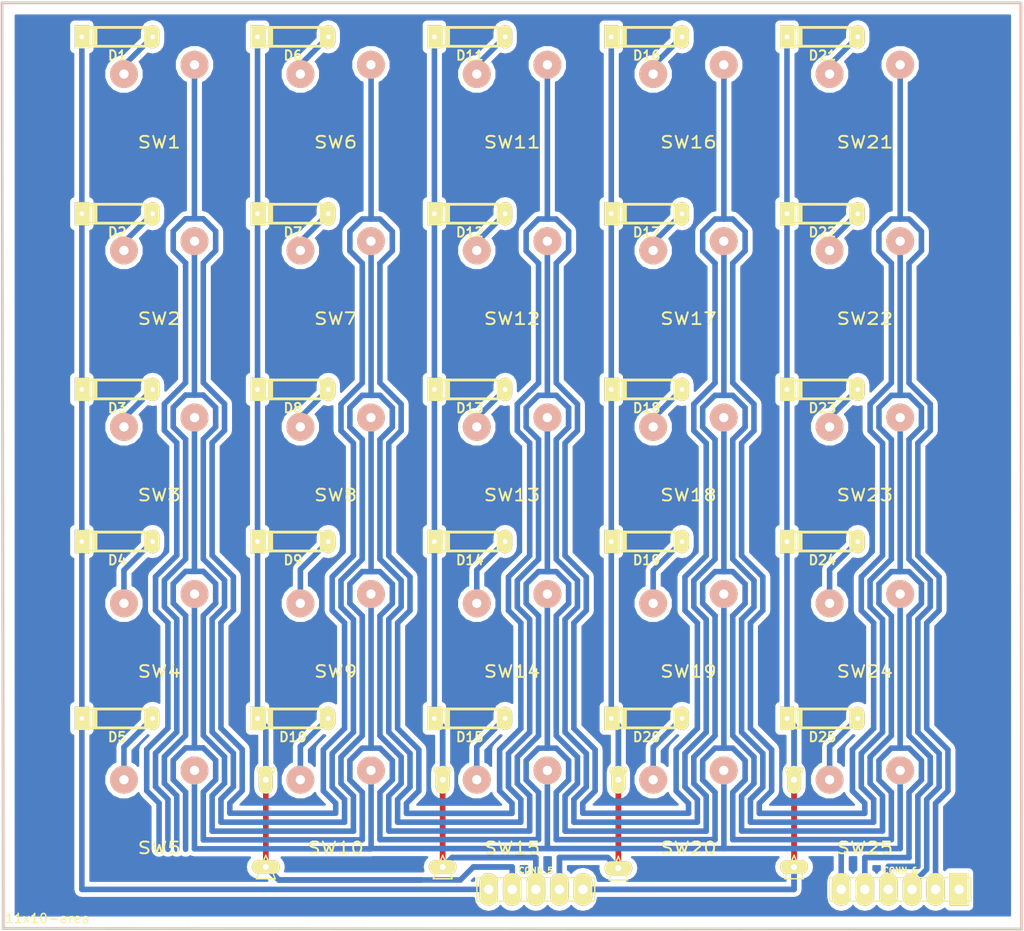
<source format=kicad_pcb>
(kicad_pcb (version 3) (host pcbnew "(2013-03-31 BZR 4008)-stable")
  (layers (15 F.Cu signal) (0 B.Cu signal) (18 B.Paste user) (19 F.Paste user) (20 B.SilkS user) (21 F.SilkS user) (22 B.Mask user) (23 F.Mask user) (28 Edge.Cuts user))
  (net 0 "")
  (net 1 /COL0)
  (net 2 /COL1)
  (net 3 /COL2)
  (net 4 /COL3)
  (net 5 /COL4)
  (net 6 /ROW0)
  (net 7 /ROW1)
  (net 8 /ROW2)
  (net 9 /ROW3)
  (net 10 /ROW4)
  (net 11 N-000001)
  (net 12 N-0000016)
  (net 13 N-0000017)
  (net 14 N-0000018)
  (net 15 N-0000019)
  (net 16 N-000002)
  (net 17 N-0000020)
  (net 18 N-0000021)
  (net 19 N-0000022)
  (net 20 N-0000023)
  (net 21 N-0000024)
  (net 22 N-0000025)
  (net 23 N-0000026)
  (net 24 N-0000027)
  (net 25 N-0000028)
  (net 26 N-0000029)
  (net 27 N-000003)
  (net 28 N-0000030)
  (net 29 N-0000031)
  (net 30 N-0000032)
  (net 31 N-0000033)
  (net 32 N-0000034)
  (net 33 N-0000035)
  (net 34 N-0000036)
  (net 35 N-000004)
  (module POS (layer F.Cu) (at 112.73 69.015)
    (fp_text reference SW1 (at 0 3.175) (layer F.SilkS) (effects (font (size 1.27 1.524) (thickness 0.2032))))
    (fp_text value "Num Lock" hide)
    (pad 1 thru_hole circle (at 3.8 -5.175) (size 3 3) (drill 1) (layers *.Cu *.SilkS *.Mask) (net 10 /ROW4))
    (pad 2 thru_hole circle (at -3.8 -4.175) (size 3 3) (drill 1) (layers *.Cu *.SilkS *.Mask) (net 19 N-0000022))
  )
  (module POS (layer F.Cu) (at 131.73 145.015)
    (fp_text reference SW10 (at 0 3.175) (layer F.SilkS) (effects (font (size 1.27 1.524) (thickness 0.2032))))
    (fp_text value 0_2 hide)
    (pad 1 thru_hole circle (at 3.8 -5.175) (size 3 3) (drill 1) (layers *.Cu *.SilkS *.Mask) (net 6 /ROW0))
    (pad 2 thru_hole circle (at -3.8 -4.175) (size 3 3) (drill 1) (layers *.Cu *.SilkS *.Mask) (net 25 N-0000028))
  )
  (module POS (layer F.Cu) (at 150.73 145.015)
    (fp_text reference SW15 (at 0 3.175) (layer F.SilkS) (effects (font (size 1.27 1.524) (thickness 0.2032))))
    (fp_text value . hide)
    (pad 1 thru_hole circle (at 3.8 -5.175) (size 3 3) (drill 1) (layers *.Cu *.SilkS *.Mask) (net 6 /ROW0))
    (pad 2 thru_hole circle (at -3.8 -4.175) (size 3 3) (drill 1) (layers *.Cu *.SilkS *.Mask) (net 26 N-0000029))
  )
  (module POS (layer F.Cu) (at 150.73 107.015)
    (fp_text reference SW13 (at 0 3.175) (layer F.SilkS) (effects (font (size 1.27 1.524) (thickness 0.2032))))
    (fp_text value 6 hide)
    (pad 1 thru_hole circle (at 3.8 -5.175) (size 3 3) (drill 1) (layers *.Cu *.SilkS *.Mask) (net 8 /ROW2))
    (pad 2 thru_hole circle (at -3.8 -4.175) (size 3 3) (drill 1) (layers *.Cu *.SilkS *.Mask) (net 23 N-0000026))
  )
  (module POS (layer F.Cu) (at 169.73 107.015)
    (fp_text reference SW18 (at 0 3.175) (layer F.SilkS) (effects (font (size 1.27 1.524) (thickness 0.2032))))
    (fp_text value +_2 hide)
    (pad 1 thru_hole circle (at 3.8 -5.175) (size 3 3) (drill 1) (layers *.Cu *.SilkS *.Mask) (net 8 /ROW2))
    (pad 2 thru_hole circle (at -3.8 -4.175) (size 3 3) (drill 1) (layers *.Cu *.SilkS *.Mask) (net 21 N-0000024))
  )
  (module POS (layer F.Cu) (at 169.73 126.015)
    (fp_text reference SW19 (at 0 3.175) (layer F.SilkS) (effects (font (size 1.27 1.524) (thickness 0.2032))))
    (fp_text value Enter hide)
    (pad 1 thru_hole circle (at 3.8 -5.175) (size 3 3) (drill 1) (layers *.Cu *.SilkS *.Mask) (net 7 /ROW1))
    (pad 2 thru_hole circle (at -3.8 -4.175) (size 3 3) (drill 1) (layers *.Cu *.SilkS *.Mask) (net 29 N-0000031))
  )
  (module POS (layer F.Cu) (at 150.73 126.015)
    (fp_text reference SW14 (at 0 3.175) (layer F.SilkS) (effects (font (size 1.27 1.524) (thickness 0.2032))))
    (fp_text value 3 hide)
    (pad 1 thru_hole circle (at 3.8 -5.175) (size 3 3) (drill 1) (layers *.Cu *.SilkS *.Mask) (net 7 /ROW1))
    (pad 2 thru_hole circle (at -3.8 -4.175) (size 3 3) (drill 1) (layers *.Cu *.SilkS *.Mask) (net 17 N-0000020))
  )
  (module POS (layer F.Cu) (at 131.73 88.015)
    (fp_text reference SW7 (at 0 3.175) (layer F.SilkS) (effects (font (size 1.27 1.524) (thickness 0.2032))))
    (fp_text value 8 hide)
    (pad 1 thru_hole circle (at 3.8 -5.175) (size 3 3) (drill 1) (layers *.Cu *.SilkS *.Mask) (net 9 /ROW3))
    (pad 2 thru_hole circle (at -3.8 -4.175) (size 3 3) (drill 1) (layers *.Cu *.SilkS *.Mask) (net 30 N-0000032))
  )
  (module POS (layer F.Cu) (at 150.73 88.015)
    (fp_text reference SW12 (at 0 3.175) (layer F.SilkS) (effects (font (size 1.27 1.524) (thickness 0.2032))))
    (fp_text value 9 hide)
    (pad 1 thru_hole circle (at 3.8 -5.175) (size 3 3) (drill 1) (layers *.Cu *.SilkS *.Mask) (net 9 /ROW3))
    (pad 2 thru_hole circle (at -3.8 -4.175) (size 3 3) (drill 1) (layers *.Cu *.SilkS *.Mask) (net 18 N-0000021))
  )
  (module POS (layer F.Cu) (at 169.73 88.015)
    (fp_text reference SW17 (at 0 3.175) (layer F.SilkS) (effects (font (size 1.27 1.524) (thickness 0.2032))))
    (fp_text value + hide)
    (pad 1 thru_hole circle (at 3.8 -5.175) (size 3 3) (drill 1) (layers *.Cu *.SilkS *.Mask) (net 9 /ROW3))
    (pad 2 thru_hole circle (at -3.8 -4.175) (size 3 3) (drill 1) (layers *.Cu *.SilkS *.Mask) (net 22 N-0000025))
  )
  (module POS (layer F.Cu) (at 169.73 145.015)
    (fp_text reference SW20 (at 0 3.175) (layer F.SilkS) (effects (font (size 1.27 1.524) (thickness 0.2032))))
    (fp_text value Enter_2 hide)
    (pad 1 thru_hole circle (at 3.8 -5.175) (size 3 3) (drill 1) (layers *.Cu *.SilkS *.Mask) (net 6 /ROW0))
    (pad 2 thru_hole circle (at -3.8 -4.175) (size 3 3) (drill 1) (layers *.Cu *.SilkS *.Mask) (net 16 N-000002))
  )
  (module POS (layer F.Cu) (at 131.73 126.015)
    (fp_text reference SW9 (at 0 3.175) (layer F.SilkS) (effects (font (size 1.27 1.524) (thickness 0.2032))))
    (fp_text value 2 hide)
    (pad 1 thru_hole circle (at 3.8 -5.175) (size 3 3) (drill 1) (layers *.Cu *.SilkS *.Mask) (net 7 /ROW1))
    (pad 2 thru_hole circle (at -3.8 -4.175) (size 3 3) (drill 1) (layers *.Cu *.SilkS *.Mask) (net 11 N-000001))
  )
  (module POS (layer F.Cu) (at 131.73 69.015)
    (fp_text reference SW6 (at 0 3.175) (layer F.SilkS) (effects (font (size 1.27 1.524) (thickness 0.2032))))
    (fp_text value / hide)
    (pad 1 thru_hole circle (at 3.8 -5.175) (size 3 3) (drill 1) (layers *.Cu *.SilkS *.Mask) (net 10 /ROW4))
    (pad 2 thru_hole circle (at -3.8 -4.175) (size 3 3) (drill 1) (layers *.Cu *.SilkS *.Mask) (net 20 N-0000023))
  )
  (module POS (layer F.Cu) (at 131.73 107.015)
    (fp_text reference SW8 (at 0 3.175) (layer F.SilkS) (effects (font (size 1.27 1.524) (thickness 0.2032))))
    (fp_text value 5 hide)
    (pad 1 thru_hole circle (at 3.8 -5.175) (size 3 3) (drill 1) (layers *.Cu *.SilkS *.Mask) (net 8 /ROW2))
    (pad 2 thru_hole circle (at -3.8 -4.175) (size 3 3) (drill 1) (layers *.Cu *.SilkS *.Mask) (net 31 N-0000033))
  )
  (module POS (layer F.Cu) (at 169.73 69.015)
    (fp_text reference SW16 (at 0 3.175) (layer F.SilkS) (effects (font (size 1.27 1.524) (thickness 0.2032))))
    (fp_text value - hide)
    (pad 1 thru_hole circle (at 3.8 -5.175) (size 3 3) (drill 1) (layers *.Cu *.SilkS *.Mask) (net 10 /ROW4))
    (pad 2 thru_hole circle (at -3.8 -4.175) (size 3 3) (drill 1) (layers *.Cu *.SilkS *.Mask) (net 15 N-0000019))
  )
  (module POS (layer F.Cu) (at 150.73 69.015)
    (fp_text reference SW11 (at 0 3.175) (layer F.SilkS) (effects (font (size 1.27 1.524) (thickness 0.2032))))
    (fp_text value * hide)
    (pad 1 thru_hole circle (at 3.8 -5.175) (size 3 3) (drill 1) (layers *.Cu *.SilkS *.Mask) (net 10 /ROW4))
    (pad 2 thru_hole circle (at -3.8 -4.175) (size 3 3) (drill 1) (layers *.Cu *.SilkS *.Mask) (net 34 N-0000036))
  )
  (module POS (layer F.Cu) (at 112.73 88.015)
    (fp_text reference SW2 (at 0 3.175) (layer F.SilkS) (effects (font (size 1.27 1.524) (thickness 0.2032))))
    (fp_text value 7 hide)
    (pad 1 thru_hole circle (at 3.8 -5.175) (size 3 3) (drill 1) (layers *.Cu *.SilkS *.Mask) (net 9 /ROW3))
    (pad 2 thru_hole circle (at -3.8 -4.175) (size 3 3) (drill 1) (layers *.Cu *.SilkS *.Mask) (net 28 N-0000030))
  )
  (module POS (layer F.Cu) (at 112.73 107.015)
    (fp_text reference SW3 (at 0 3.175) (layer F.SilkS) (effects (font (size 1.27 1.524) (thickness 0.2032))))
    (fp_text value 4 hide)
    (pad 1 thru_hole circle (at 3.8 -5.175) (size 3 3) (drill 1) (layers *.Cu *.SilkS *.Mask) (net 8 /ROW2))
    (pad 2 thru_hole circle (at -3.8 -4.175) (size 3 3) (drill 1) (layers *.Cu *.SilkS *.Mask) (net 32 N-0000034))
  )
  (module POS (layer F.Cu) (at 112.73 126.015)
    (fp_text reference SW4 (at 0 3.175) (layer F.SilkS) (effects (font (size 1.27 1.524) (thickness 0.2032))))
    (fp_text value 1 hide)
    (pad 1 thru_hole circle (at 3.8 -5.175) (size 3 3) (drill 1) (layers *.Cu *.SilkS *.Mask) (net 7 /ROW1))
    (pad 2 thru_hole circle (at -3.8 -4.175) (size 3 3) (drill 1) (layers *.Cu *.SilkS *.Mask) (net 33 N-0000035))
  )
  (module POS (layer F.Cu) (at 112.73 145.015)
    (fp_text reference SW5 (at 0 3.175) (layer F.SilkS) (effects (font (size 1.27 1.524) (thickness 0.2032))))
    (fp_text value 0 hide)
    (pad 1 thru_hole circle (at 3.8 -5.175) (size 3 3) (drill 1) (layers *.Cu *.SilkS *.Mask) (net 6 /ROW0))
    (pad 2 thru_hole circle (at -3.8 -4.175) (size 3 3) (drill 1) (layers *.Cu *.SilkS *.Mask) (net 24 N-0000027))
  )
  (module POS (layer F.Cu) (at 188.73 145.015)
    (fp_text reference SW25 (at 0 3.175) (layer F.SilkS) (effects (font (size 1.27 1.524) (thickness 0.2032))))
    (fp_text value "Print Screen" hide)
    (pad 1 thru_hole circle (at 3.8 -5.175) (size 3 3) (drill 1) (layers *.Cu *.SilkS *.Mask) (net 6 /ROW0))
    (pad 2 thru_hole circle (at -3.8 -4.175) (size 3 3) (drill 1) (layers *.Cu *.SilkS *.Mask) (net 13 N-0000017))
  )
  (module POS (layer F.Cu) (at 188.73 126.015)
    (fp_text reference SW24 (at 0 3.175) (layer F.SilkS) (effects (font (size 1.27 1.524) (thickness 0.2032))))
    (fp_text value End hide)
    (pad 1 thru_hole circle (at 3.8 -5.175) (size 3 3) (drill 1) (layers *.Cu *.SilkS *.Mask) (net 7 /ROW1))
    (pad 2 thru_hole circle (at -3.8 -4.175) (size 3 3) (drill 1) (layers *.Cu *.SilkS *.Mask) (net 12 N-0000016))
  )
  (module POS (layer F.Cu) (at 188.73 107.015)
    (fp_text reference SW23 (at 0 3.175) (layer F.SilkS) (effects (font (size 1.27 1.524) (thickness 0.2032))))
    (fp_text value Home hide)
    (pad 1 thru_hole circle (at 3.8 -5.175) (size 3 3) (drill 1) (layers *.Cu *.SilkS *.Mask) (net 8 /ROW2))
    (pad 2 thru_hole circle (at -3.8 -4.175) (size 3 3) (drill 1) (layers *.Cu *.SilkS *.Mask) (net 14 N-0000018))
  )
  (module POS (layer F.Cu) (at 188.73 88.015)
    (fp_text reference SW22 (at 0 3.175) (layer F.SilkS) (effects (font (size 1.27 1.524) (thickness 0.2032))))
    (fp_text value PgDn hide)
    (pad 1 thru_hole circle (at 3.8 -5.175) (size 3 3) (drill 1) (layers *.Cu *.SilkS *.Mask) (net 9 /ROW3))
    (pad 2 thru_hole circle (at -3.8 -4.175) (size 3 3) (drill 1) (layers *.Cu *.SilkS *.Mask) (net 35 N-000004))
  )
  (module POS (layer F.Cu) (at 188.73 69.015)
    (fp_text reference SW21 (at 0 3.175) (layer F.SilkS) (effects (font (size 1.27 1.524) (thickness 0.2032))))
    (fp_text value PgUp hide)
    (pad 1 thru_hole circle (at 3.8 -5.175) (size 3 3) (drill 1) (layers *.Cu *.SilkS *.Mask) (net 10 /ROW4))
    (pad 2 thru_hole circle (at -3.8 -4.175) (size 3 3) (drill 1) (layers *.Cu *.SilkS *.Mask) (net 27 N-000003))
  )
  (module Diode (layer F.Cu) (at 146.177 134.239 180)
    (fp_text reference D15 (at 0 -2.0066 180) (layer F.SilkS) (effects (font (size 1.016 1.016) (thickness 0.2032))))
    (fp_text value D hide)
    (pad 2 thru_hole rect (at 3.81 0 180) (size 1.5 2.5) (drill 0.5) (layers *.Cu *.Mask F.SilkS) (net 3 /COL2))
    (pad 1 thru_hole oval (at -3.81 0 180) (size 1.5 2.5) (drill 0.5) (layers *.Cu *.Mask F.SilkS) (net 26 N-0000029))
  )
  (module Diode (layer F.Cu) (at 127.127 134.239 180)
    (fp_text reference D10 (at 0 -2.0066 180) (layer F.SilkS) (effects (font (size 1.016 1.016) (thickness 0.2032))))
    (fp_text value D hide)
    (pad 2 thru_hole rect (at 3.81 0 180) (size 1.5 2.5) (drill 0.5) (layers *.Cu *.Mask F.SilkS) (net 2 /COL1))
    (pad 1 thru_hole oval (at -3.81 0 180) (size 1.5 2.5) (drill 0.5) (layers *.Cu *.Mask F.SilkS) (net 25 N-0000028))
  )
  (module Diode (layer F.Cu) (at 108.204 134.239 180)
    (fp_text reference D5 (at 0 -2.0066 180) (layer F.SilkS) (effects (font (size 1.016 1.016) (thickness 0.2032))))
    (fp_text value D hide)
    (pad 2 thru_hole rect (at 3.81 0 180) (size 1.5 2.5) (drill 0.5) (layers *.Cu *.Mask F.SilkS) (net 1 /COL0))
    (pad 1 thru_hole oval (at -3.81 0 180) (size 1.5 2.5) (drill 0.5) (layers *.Cu *.Mask F.SilkS) (net 24 N-0000027))
  )
  (module Diode (layer F.Cu) (at 146.177 60.833 180)
    (fp_text reference D11 (at 0 -2.0066 180) (layer F.SilkS) (effects (font (size 1.016 1.016) (thickness 0.2032))))
    (fp_text value D hide)
    (pad 2 thru_hole rect (at 3.81 0 180) (size 1.5 2.5) (drill 0.5) (layers *.Cu *.Mask F.SilkS) (net 3 /COL2))
    (pad 1 thru_hole oval (at -3.81 0 180) (size 1.5 2.5) (drill 0.5) (layers *.Cu *.Mask F.SilkS) (net 34 N-0000036))
  )
  (module Diode (layer F.Cu) (at 165.227 60.833 180)
    (fp_text reference D16 (at 0 -2.0066 180) (layer F.SilkS) (effects (font (size 1.016 1.016) (thickness 0.2032))))
    (fp_text value D hide)
    (pad 2 thru_hole rect (at 3.81 0 180) (size 1.5 2.5) (drill 0.5) (layers *.Cu *.Mask F.SilkS) (net 4 /COL3))
    (pad 1 thru_hole oval (at -3.81 0 180) (size 1.5 2.5) (drill 0.5) (layers *.Cu *.Mask F.SilkS) (net 15 N-0000019))
  )
  (module Diode (layer F.Cu) (at 108.204 115.189 180)
    (fp_text reference D4 (at 0 -2.0066 180) (layer F.SilkS) (effects (font (size 1.016 1.016) (thickness 0.2032))))
    (fp_text value D hide)
    (pad 2 thru_hole rect (at 3.81 0 180) (size 1.5 2.5) (drill 0.5) (layers *.Cu *.Mask F.SilkS) (net 1 /COL0))
    (pad 1 thru_hole oval (at -3.81 0 180) (size 1.5 2.5) (drill 0.5) (layers *.Cu *.Mask F.SilkS) (net 33 N-0000035))
  )
  (module Diode (layer F.Cu) (at 108.204 79.883 180)
    (fp_text reference D2 (at 0 -2.0066 180) (layer F.SilkS) (effects (font (size 1.016 1.016) (thickness 0.2032))))
    (fp_text value D hide)
    (pad 2 thru_hole rect (at 3.81 0 180) (size 1.5 2.5) (drill 0.5) (layers *.Cu *.Mask F.SilkS) (net 1 /COL0))
    (pad 1 thru_hole oval (at -3.81 0 180) (size 1.5 2.5) (drill 0.5) (layers *.Cu *.Mask F.SilkS) (net 28 N-0000030))
  )
  (module Diode (layer F.Cu) (at 127.127 98.806 180)
    (fp_text reference D8 (at 0 -2.0066 180) (layer F.SilkS) (effects (font (size 1.016 1.016) (thickness 0.2032))))
    (fp_text value D hide)
    (pad 2 thru_hole rect (at 3.81 0 180) (size 1.5 2.5) (drill 0.5) (layers *.Cu *.Mask F.SilkS) (net 2 /COL1))
    (pad 1 thru_hole oval (at -3.81 0 180) (size 1.5 2.5) (drill 0.5) (layers *.Cu *.Mask F.SilkS) (net 31 N-0000033))
  )
  (module Diode (layer F.Cu) (at 127.127 79.883 180)
    (fp_text reference D7 (at 0 -2.0066 180) (layer F.SilkS) (effects (font (size 1.016 1.016) (thickness 0.2032))))
    (fp_text value D hide)
    (pad 2 thru_hole rect (at 3.81 0 180) (size 1.5 2.5) (drill 0.5) (layers *.Cu *.Mask F.SilkS) (net 2 /COL1))
    (pad 1 thru_hole oval (at -3.81 0 180) (size 1.5 2.5) (drill 0.5) (layers *.Cu *.Mask F.SilkS) (net 30 N-0000032))
  )
  (module Diode (layer F.Cu) (at 165.227 115.189 180)
    (fp_text reference D19 (at 0 -2.0066 180) (layer F.SilkS) (effects (font (size 1.016 1.016) (thickness 0.2032))))
    (fp_text value D hide)
    (pad 2 thru_hole rect (at 3.81 0 180) (size 1.5 2.5) (drill 0.5) (layers *.Cu *.Mask F.SilkS) (net 4 /COL3))
    (pad 1 thru_hole oval (at -3.81 0 180) (size 1.5 2.5) (drill 0.5) (layers *.Cu *.Mask F.SilkS) (net 29 N-0000031))
  )
  (module Diode (layer F.Cu) (at 165.227 79.883 180)
    (fp_text reference D17 (at 0 -2.0066 180) (layer F.SilkS) (effects (font (size 1.016 1.016) (thickness 0.2032))))
    (fp_text value D hide)
    (pad 2 thru_hole rect (at 3.81 0 180) (size 1.5 2.5) (drill 0.5) (layers *.Cu *.Mask F.SilkS) (net 4 /COL3))
    (pad 1 thru_hole oval (at -3.81 0 180) (size 1.5 2.5) (drill 0.5) (layers *.Cu *.Mask F.SilkS) (net 22 N-0000025))
  )
  (module Diode (layer F.Cu) (at 165.227 98.806 180)
    (fp_text reference D18 (at 0 -2.0066 180) (layer F.SilkS) (effects (font (size 1.016 1.016) (thickness 0.2032))))
    (fp_text value D hide)
    (pad 2 thru_hole rect (at 3.81 0 180) (size 1.5 2.5) (drill 0.5) (layers *.Cu *.Mask F.SilkS) (net 4 /COL3))
    (pad 1 thru_hole oval (at -3.81 0 180) (size 1.5 2.5) (drill 0.5) (layers *.Cu *.Mask F.SilkS) (net 21 N-0000024))
  )
  (module Diode (layer F.Cu) (at 127.127 60.833 180)
    (fp_text reference D6 (at 0 -2.0066 180) (layer F.SilkS) (effects (font (size 1.016 1.016) (thickness 0.2032))))
    (fp_text value D hide)
    (pad 2 thru_hole rect (at 3.81 0 180) (size 1.5 2.5) (drill 0.5) (layers *.Cu *.Mask F.SilkS) (net 2 /COL1))
    (pad 1 thru_hole oval (at -3.81 0 180) (size 1.5 2.5) (drill 0.5) (layers *.Cu *.Mask F.SilkS) (net 20 N-0000023))
  )
  (module Diode (layer F.Cu) (at 108.204 60.833 180)
    (fp_text reference D1 (at 0 -2.0066 180) (layer F.SilkS) (effects (font (size 1.016 1.016) (thickness 0.2032))))
    (fp_text value D hide)
    (pad 2 thru_hole rect (at 3.81 0 180) (size 1.5 2.5) (drill 0.5) (layers *.Cu *.Mask F.SilkS) (net 1 /COL0))
    (pad 1 thru_hole oval (at -3.81 0 180) (size 1.5 2.5) (drill 0.5) (layers *.Cu *.Mask F.SilkS) (net 19 N-0000022))
  )
  (module Diode (layer F.Cu) (at 146.177 98.806 180)
    (fp_text reference D13 (at 0 -2.0066 180) (layer F.SilkS) (effects (font (size 1.016 1.016) (thickness 0.2032))))
    (fp_text value D hide)
    (pad 2 thru_hole rect (at 3.81 0 180) (size 1.5 2.5) (drill 0.5) (layers *.Cu *.Mask F.SilkS) (net 3 /COL2))
    (pad 1 thru_hole oval (at -3.81 0 180) (size 1.5 2.5) (drill 0.5) (layers *.Cu *.Mask F.SilkS) (net 23 N-0000026))
  )
  (module Diode (layer F.Cu) (at 146.177 79.883 180)
    (fp_text reference D12 (at 0 -2.0066 180) (layer F.SilkS) (effects (font (size 1.016 1.016) (thickness 0.2032))))
    (fp_text value D hide)
    (pad 2 thru_hole rect (at 3.81 0 180) (size 1.5 2.5) (drill 0.5) (layers *.Cu *.Mask F.SilkS) (net 3 /COL2))
    (pad 1 thru_hole oval (at -3.81 0 180) (size 1.5 2.5) (drill 0.5) (layers *.Cu *.Mask F.SilkS) (net 18 N-0000021))
  )
  (module Diode (layer F.Cu) (at 146.177 115.189 180)
    (fp_text reference D14 (at 0 -2.0066 180) (layer F.SilkS) (effects (font (size 1.016 1.016) (thickness 0.2032))))
    (fp_text value D hide)
    (pad 2 thru_hole rect (at 3.81 0 180) (size 1.5 2.5) (drill 0.5) (layers *.Cu *.Mask F.SilkS) (net 3 /COL2))
    (pad 1 thru_hole oval (at -3.81 0 180) (size 1.5 2.5) (drill 0.5) (layers *.Cu *.Mask F.SilkS) (net 17 N-0000020))
  )
  (module Diode (layer F.Cu) (at 127.127 115.189 180)
    (fp_text reference D9 (at 0 -2.0066 180) (layer F.SilkS) (effects (font (size 1.016 1.016) (thickness 0.2032))))
    (fp_text value D hide)
    (pad 2 thru_hole rect (at 3.81 0 180) (size 1.5 2.5) (drill 0.5) (layers *.Cu *.Mask F.SilkS) (net 2 /COL1))
    (pad 1 thru_hole oval (at -3.81 0 180) (size 1.5 2.5) (drill 0.5) (layers *.Cu *.Mask F.SilkS) (net 11 N-000001))
  )
  (module Diode (layer F.Cu) (at 165.227 134.239 180)
    (fp_text reference D20 (at 0 -2.0066 180) (layer F.SilkS) (effects (font (size 1.016 1.016) (thickness 0.2032))))
    (fp_text value D hide)
    (pad 2 thru_hole rect (at 3.81 0 180) (size 1.5 2.5) (drill 0.5) (layers *.Cu *.Mask F.SilkS) (net 4 /COL3))
    (pad 1 thru_hole oval (at -3.81 0 180) (size 1.5 2.5) (drill 0.5) (layers *.Cu *.Mask F.SilkS) (net 16 N-000002))
  )
  (module Diode (layer F.Cu) (at 108.204 98.806 180)
    (fp_text reference D3 (at 0 -2.0066 180) (layer F.SilkS) (effects (font (size 1.016 1.016) (thickness 0.2032))))
    (fp_text value D hide)
    (pad 2 thru_hole rect (at 3.81 0 180) (size 1.5 2.5) (drill 0.5) (layers *.Cu *.Mask F.SilkS) (net 1 /COL0))
    (pad 1 thru_hole oval (at -3.81 0 180) (size 1.5 2.5) (drill 0.5) (layers *.Cu *.Mask F.SilkS) (net 32 N-0000034))
  )
  (module Diode (layer F.Cu) (at 184.15 134.239 180)
    (fp_text reference D25 (at 0 -2.0066 180) (layer F.SilkS) (effects (font (size 1.016 1.016) (thickness 0.2032))))
    (fp_text value D hide)
    (pad 2 thru_hole rect (at 3.81 0 180) (size 1.5 2.5) (drill 0.5) (layers *.Cu *.Mask F.SilkS) (net 5 /COL4))
    (pad 1 thru_hole oval (at -3.81 0 180) (size 1.5 2.5) (drill 0.5) (layers *.Cu *.Mask F.SilkS) (net 13 N-0000017))
  )
  (module Diode (layer F.Cu) (at 184.15 115.189 180)
    (fp_text reference D24 (at 0 -2.0066 180) (layer F.SilkS) (effects (font (size 1.016 1.016) (thickness 0.2032))))
    (fp_text value D hide)
    (pad 2 thru_hole rect (at 3.81 0 180) (size 1.5 2.5) (drill 0.5) (layers *.Cu *.Mask F.SilkS) (net 5 /COL4))
    (pad 1 thru_hole oval (at -3.81 0 180) (size 1.5 2.5) (drill 0.5) (layers *.Cu *.Mask F.SilkS) (net 12 N-0000016))
  )
  (module Diode (layer F.Cu) (at 184.15 98.806 180)
    (fp_text reference D23 (at 0 -2.0066 180) (layer F.SilkS) (effects (font (size 1.016 1.016) (thickness 0.2032))))
    (fp_text value D hide)
    (pad 2 thru_hole rect (at 3.81 0 180) (size 1.5 2.5) (drill 0.5) (layers *.Cu *.Mask F.SilkS) (net 5 /COL4))
    (pad 1 thru_hole oval (at -3.81 0 180) (size 1.5 2.5) (drill 0.5) (layers *.Cu *.Mask F.SilkS) (net 14 N-0000018))
  )
  (module Diode (layer F.Cu) (at 184.15 79.883 180)
    (fp_text reference D22 (at 0 -2.0066 180) (layer F.SilkS) (effects (font (size 1.016 1.016) (thickness 0.2032))))
    (fp_text value D hide)
    (pad 2 thru_hole rect (at 3.81 0 180) (size 1.5 2.5) (drill 0.5) (layers *.Cu *.Mask F.SilkS) (net 5 /COL4))
    (pad 1 thru_hole oval (at -3.81 0 180) (size 1.5 2.5) (drill 0.5) (layers *.Cu *.Mask F.SilkS) (net 35 N-000004))
  )
  (module Diode (layer F.Cu) (at 184.15 60.833 180)
    (fp_text reference D21 (at 0 -2.0066 180) (layer F.SilkS) (effects (font (size 1.016 1.016) (thickness 0.2032))))
    (fp_text value D hide)
    (pad 2 thru_hole rect (at 3.81 0 180) (size 1.5 2.5) (drill 0.5) (layers *.Cu *.Mask F.SilkS) (net 5 /COL4))
    (pad 1 thru_hole oval (at -3.81 0 180) (size 1.5 2.5) (drill 0.5) (layers *.Cu *.Mask F.SilkS) (net 27 N-000003))
  )
  (module 11x10-area (layer F.Cu) (at 150.73 107.015)
    (fp_text reference 11x10-area (at -50.038 48.768) (layer F.SilkS))
    (fp_text value VAL** hide)
  )
  (module pinHeader-5x1-x (layer F.Cu) (at 153.289 152.654)
    (fp_text reference P1 hide)
    (fp_text value CONN_5 (at 0 -2.032) (layer F.SilkS) (effects (font (size 0.63246 0.63246) (thickness 0.15748))))
    (pad 1 thru_hole oval (at -5.08 0) (size 2 3.524) (drill 1.016) (layers *.Cu *.Mask F.SilkS) (net 1 /COL0))
    (pad 2 thru_hole oval (at -2.54 0) (size 2 3.524) (drill 1.016) (layers *.Cu *.Mask F.SilkS) (net 2 /COL1))
    (pad 4 thru_hole oval (at 2.54 0) (size 2 3.524) (drill 1.016) (layers *.Cu *.Mask F.SilkS) (net 4 /COL3))
    (pad 3 thru_hole oval (at 0 0) (size 2 3.524) (drill 1.016) (layers *.Cu *.Mask F.SilkS) (net 3 /COL2))
    (pad 5 thru_hole oval (at 5.08 0) (size 2 3.524) (drill 1.016) (layers *.Cu *.Mask F.SilkS) (net 5 /COL4))
  )
  (module via-x (layer F.Cu) (at 181.102 140.843)
    (fp_text reference V1 hide)
    (fp_text value VIA-X hide)
    (pad 1 thru_hole oval (at 0 0) (size 1.5 3) (drill 0.5) (layers *.Cu *.Mask F.SilkS))
  )
  (module via-x (layer F.Cu) (at 162.179 140.843)
    (fp_text reference V1 hide)
    (fp_text value VIA-X hide)
    (pad 1 thru_hole oval (at 0 0) (size 1.5 3) (drill 0.5) (layers *.Cu *.Mask F.SilkS))
  )
  (module via-x2 (layer F.Cu) (at 162.179 150.368 180)
    (fp_text reference V1 hide)
    (fp_text value VIA-X2 hide)
    (pad 1 thru_hole oval (at 0 0 180) (size 3 1.5) (drill 0.5) (layers *.Cu *.Mask F.SilkS))
  )
  (module pinHeader-6x1-x (layer F.Cu) (at 192.532 152.654)
    (fp_text reference P2 hide)
    (fp_text value CONN_6 (at 0 -2.032) (layer F.SilkS) (effects (font (size 0.63246 0.63246) (thickness 0.15748))))
    (pad 1 thru_hole oval (at -6.35 0) (size 2 3.524) (drill 1.016) (layers *.Cu *.Mask F.SilkS) (net 6 /ROW0))
    (pad 2 thru_hole oval (at -3.81 0) (size 2 3.524) (drill 1.016) (layers *.Cu *.Mask F.SilkS) (net 7 /ROW1))
    (pad 4 thru_hole oval (at 1.27 0) (size 2 3.524) (drill 1.016) (layers *.Cu *.Mask F.SilkS) (net 9 /ROW3))
    (pad 6 thru_hole rect (at 6.35 0) (size 2 3.524) (drill 1.016) (layers *.Cu *.Mask F.SilkS))
    (pad 3 thru_hole oval (at -1.27 0) (size 2 3.524) (drill 1.016) (layers *.Cu *.Mask F.SilkS) (net 8 /ROW2))
    (pad 5 thru_hole oval (at 3.81 0) (size 2 3.524) (drill 1.016) (layers *.Cu *.Mask F.SilkS) (net 10 /ROW4))
  )
  (module via-x2 (layer F.Cu) (at 181.102 150.241 180)
    (fp_text reference V1 hide)
    (fp_text value VIA-X2 hide)
    (pad 1 thru_hole oval (at 0 0 180) (size 3 1.5) (drill 0.5) (layers *.Cu *.Mask F.SilkS))
  )
  (module via-x (layer F.Cu) (at 143.256 140.843)
    (fp_text reference V1 hide)
    (fp_text value VIA-X hide)
    (pad 1 thru_hole oval (at 0 0) (size 1.5 3) (drill 0.5) (layers *.Cu *.Mask F.SilkS))
  )
  (module via-x (layer F.Cu) (at 124.206 140.843)
    (fp_text reference V1 hide)
    (fp_text value VIA-X hide)
    (pad 1 thru_hole oval (at 0 0) (size 1.5 3) (drill 0.5) (layers *.Cu *.Mask F.SilkS))
  )
  (module via-x2 (layer F.Cu) (at 124.206 150.241 180)
    (fp_text reference V1 hide)
    (fp_text value VIA-X2 hide)
    (pad 1 thru_hole oval (at 0 0 180) (size 3 1.5) (drill 0.5) (layers *.Cu *.Mask F.SilkS))
  )
  (module via-x2 (layer F.Cu) (at 143.256 150.241 180)
    (fp_text reference V1 hide)
    (fp_text value VIA-X2 hide)
    (pad 1 thru_hole oval (at 0 0 180) (size 3 1.5) (drill 0.5) (layers *.Cu *.Mask F.SilkS))
  )
  (gr_line (start 205.613 57.15) (end 95.885 57.15) (angle 90) (layer Edge.Cuts) (width 0.15))
  (gr_line (start 205.613 156.845) (end 205.613 57.15) (angle 90) (layer Edge.Cuts) (width 0.15))
  (gr_line (start 95.885 156.845) (end 205.613 156.845) (angle 90) (layer Edge.Cuts) (width 0.15))
  (gr_line (start 95.885 57.15) (end 95.885 156.845) (angle 90) (layer Edge.Cuts) (width 0.15))
  (segment (start 162.179 140.843) (end 162.179 150.368) (width 0.6) (layer F.Cu) (net 0))
  (segment (start 143.256 140.843) (end 143.256 150.241) (width 0.6) (layer F.Cu) (net 0))
  (segment (start 124.206 140.843) (end 124.206 150.241) (width 0.6) (layer F.Cu) (net 0))
  (segment (start 148.209 152.654) (end 104.394 152.654) (width 0.6) (layer B.Cu) (net 1))
  (segment (start 104.394 152.654) (end 104.394 134.239) (width 0.6) (layer B.Cu) (net 1))
  (segment (start 104.394 79.883) (end 104.394 60.833) (width 0.6) (layer B.Cu) (net 1))
  (segment (start 104.394 134.239) (end 104.394 115.189) (width 0.6) (layer B.Cu) (net 1))
  (segment (start 104.394 115.189) (end 104.394 98.806) (width 0.6) (layer B.Cu) (net 1))
  (segment (start 104.394 98.806) (end 104.394 79.883) (width 0.6) (layer B.Cu) (net 1))
  (segment (start 125.603 151.638) (end 145.161 151.638) (width 0.6) (layer B.Cu) (net 2))
  (segment (start 123.317 134.239) (end 124.206 135.128) (width 0.6) (layer B.Cu) (net 2))
  (segment (start 124.206 135.128) (end 124.206 140.843) (width 0.6) (layer B.Cu) (net 2))
  (via (at 124.206 140.843) (size 0.95) (layers F.Cu B.Cu) (net 2))
  (segment (start 124.206 140.843) (end 124.206 150.241) (width 0.6) (layer F.Cu) (net 2))
  (via (at 124.206 150.241) (size 0.95) (layers F.Cu B.Cu) (net 2))
  (segment (start 124.206 150.241) (end 125.603 151.638) (width 0.6) (layer B.Cu) (net 2))
  (segment (start 125.603 151.638) (end 140.97 151.638) (width 0.6) (layer B.Cu) (net 2))
  (segment (start 145.161 151.638) (end 146.558 150.241) (width 0.6) (layer B.Cu) (net 2))
  (segment (start 146.558 150.241) (end 150.749 150.241) (width 0.6) (layer B.Cu) (net 2))
  (segment (start 150.749 150.241) (end 150.749 152.654) (width 0.6) (layer B.Cu) (net 2))
  (segment (start 124.206 150.241) (end 125.603 151.638) (width 0.6) (layer B.Cu) (net 2))
  (segment (start 125.603 151.638) (end 140.97 151.638) (width 0.6) (layer B.Cu) (net 2))
  (segment (start 150.749 150.241) (end 150.749 152.654) (width 0.6) (layer B.Cu) (net 2))
  (segment (start 146.558 150.241) (end 150.749 150.241) (width 0.6) (layer B.Cu) (net 2))
  (segment (start 124.206 135.128) (end 124.206 140.843) (width 0.6) (layer B.Cu) (net 2))
  (segment (start 123.317 134.239) (end 123.317 115.189) (width 0.6) (layer B.Cu) (net 2))
  (segment (start 123.317 115.189) (end 123.317 98.806) (width 0.6) (layer B.Cu) (net 2))
  (segment (start 123.317 98.806) (end 123.317 79.883) (width 0.6) (layer B.Cu) (net 2))
  (segment (start 123.317 79.883) (end 123.317 60.833) (width 0.6) (layer B.Cu) (net 2))
  (segment (start 142.367 134.239) (end 143.256 135.128) (width 0.6) (layer B.Cu) (net 3))
  (segment (start 143.256 135.128) (end 143.256 140.843) (width 0.6) (layer B.Cu) (net 3))
  (via (at 143.256 140.843) (size 0.95) (layers F.Cu B.Cu) (net 3))
  (segment (start 143.256 140.843) (end 143.256 150.241) (width 0.6) (layer F.Cu) (net 3))
  (via (at 143.256 150.241) (size 0.95) (layers F.Cu B.Cu) (net 3))
  (segment (start 143.256 150.241) (end 144.272 149.225) (width 0.6) (layer B.Cu) (net 3))
  (segment (start 144.272 149.225) (end 153.289 149.225) (width 0.6) (layer B.Cu) (net 3))
  (segment (start 153.289 149.225) (end 153.289 152.654) (width 0.6) (layer B.Cu) (net 3))
  (segment (start 144.272 149.225) (end 153.289 149.225) (width 0.6) (layer B.Cu) (net 3))
  (segment (start 143.256 150.241) (end 144.272 149.225) (width 0.6) (layer B.Cu) (net 3))
  (segment (start 153.289 149.225) (end 153.289 152.654) (width 0.6) (layer B.Cu) (net 3))
  (segment (start 143.256 135.128) (end 143.256 140.843) (width 0.6) (layer B.Cu) (net 3))
  (segment (start 142.367 134.239) (end 142.367 115.189) (width 0.6) (layer B.Cu) (net 3))
  (segment (start 142.367 115.189) (end 142.367 98.806) (width 0.6) (layer B.Cu) (net 3))
  (segment (start 142.367 98.806) (end 142.367 79.883) (width 0.6) (layer B.Cu) (net 3))
  (segment (start 142.367 79.883) (end 142.367 60.833) (width 0.6) (layer B.Cu) (net 3))
  (segment (start 161.417 134.239) (end 162.179 135.001) (width 0.6) (layer B.Cu) (net 4))
  (segment (start 162.179 135.001) (end 162.179 140.843) (width 0.6) (layer B.Cu) (net 4))
  (via (at 162.179 140.843) (size 0.95) (layers F.Cu B.Cu) (net 4))
  (segment (start 162.179 140.843) (end 162.179 150.368) (width 0.6) (layer F.Cu) (net 4))
  (via (at 162.179 150.368) (size 0.95) (layers F.Cu B.Cu) (net 4))
  (segment (start 162.179 150.368) (end 161.036 149.225) (width 0.6) (layer B.Cu) (net 4))
  (segment (start 161.036 149.225) (end 155.829 149.225) (width 0.6) (layer B.Cu) (net 4))
  (segment (start 155.829 149.225) (end 155.829 152.654) (width 0.6) (layer B.Cu) (net 4))
  (segment (start 161.036 149.225) (end 155.829 149.225) (width 0.6) (layer B.Cu) (net 4))
  (segment (start 162.179 150.368) (end 161.036 149.225) (width 0.6) (layer B.Cu) (net 4))
  (segment (start 155.829 149.225) (end 155.829 152.654) (width 0.6) (layer B.Cu) (net 4))
  (segment (start 162.179 135.001) (end 162.179 140.843) (width 0.6) (layer B.Cu) (net 4))
  (segment (start 161.417 134.239) (end 161.417 115.189) (width 0.6) (layer B.Cu) (net 4))
  (segment (start 161.417 115.189) (end 161.417 98.806) (width 0.6) (layer B.Cu) (net 4))
  (segment (start 161.417 98.806) (end 161.417 79.883) (width 0.6) (layer B.Cu) (net 4))
  (segment (start 161.417 79.883) (end 161.417 60.833) (width 0.6) (layer B.Cu) (net 4))
  (segment (start 158.369 152.654) (end 181.102 152.654) (width 0.6) (layer B.Cu) (net 5))
  (segment (start 181.102 152.654) (end 181.102 150.241) (width 0.6) (layer B.Cu) (net 5))
  (segment (start 181.102 140.843) (end 181.102 150.241) (width 0.6) (layer F.Cu) (net 5))
  (segment (start 180.34 134.239) (end 181.102 135.001) (width 0.6) (layer B.Cu) (net 5))
  (segment (start 181.102 135.001) (end 181.102 140.843) (width 0.6) (layer B.Cu) (net 5))
  (via (at 181.102 140.843) (size 0.95) (layers F.Cu B.Cu) (net 5))
  (segment (start 181.102 140.843) (end 181.102 150.241) (width 0.6) (layer F.Cu) (net 5))
  (via (at 181.102 150.241) (size 0.95) (layers F.Cu B.Cu) (net 5))
  (segment (start 181.102 150.241) (end 181.102 152.654) (width 0.6) (layer B.Cu) (net 5))
  (segment (start 181.102 152.654) (end 158.369 152.654) (width 0.6) (layer B.Cu) (net 5))
  (segment (start 181.102 135.001) (end 181.102 140.843) (width 0.6) (layer B.Cu) (net 5))
  (segment (start 180.34 134.239) (end 180.34 115.189) (width 0.6) (layer B.Cu) (net 5))
  (segment (start 180.34 115.189) (end 180.34 98.806) (width 0.6) (layer B.Cu) (net 5))
  (segment (start 180.34 98.806) (end 180.34 79.883) (width 0.6) (layer B.Cu) (net 5))
  (segment (start 180.34 79.883) (end 180.34 60.833) (width 0.6) (layer B.Cu) (net 5))
  (segment (start 192.532 139.842) (end 192.532 148.2598) (width 0.6) (layer B.Cu) (net 6))
  (segment (start 173.5455 148.2598) (end 173.5455 139.842) (width 0.6) (layer B.Cu) (net 6))
  (segment (start 116.5225 148.2852) (end 135.5598 148.2852) (width 0.6) (layer B.Cu) (net 6))
  (segment (start 135.5598 148.2852) (end 135.5471 148.2852) (width 0.6) (layer B.Cu) (net 6))
  (segment (start 116.5225 139.8166) (end 116.5225 148.2852) (width 0.6) (layer B.Cu) (net 6))
  (segment (start 154.5336 139.842) (end 154.5336 148.2598) (width 0.6) (layer B.Cu) (net 6))
  (segment (start 135.5471 139.842) (end 135.5471 148.2852) (width 0.6) (layer B.Cu) (net 6))
  (segment (start 135.5471 148.2852) (end 135.5471 148.2598) (width 0.6) (layer B.Cu) (net 6))
  (segment (start 154.5336 148.2598) (end 135.5852 148.2598) (width 0.6) (layer B.Cu) (net 6))
  (segment (start 135.5852 148.2598) (end 135.5471 148.2598) (width 0.6) (layer B.Cu) (net 6))
  (segment (start 192.532 148.2598) (end 186.182 148.2598) (width 0.6) (layer B.Cu) (net 6))
  (segment (start 186.182 148.2598) (end 173.5455 148.2598) (width 0.6) (layer B.Cu) (net 6))
  (segment (start 154.5336 148.2598) (end 173.5328 148.2598) (width 0.6) (layer B.Cu) (net 6))
  (segment (start 186.182 153.035) (end 186.182 148.2598) (width 0.6) (layer B.Cu) (net 6))
  (segment (start 192.532 137.4414) (end 193.4825 137.4414) (width 0.6) (layer B.Cu) (net 7))
  (segment (start 115.57 142.1765) (end 115.567502 142.178998) (width 0.6) (layer B.Cu) (net 7))
  (segment (start 114.2365 138.7475) (end 115.568 137.416) (width 0.6) (layer B.Cu) (net 7))
  (segment (start 114.2365 140.843) (end 114.2365 138.7475) (width 0.6) (layer B.Cu) (net 7))
  (segment (start 114.2365 140.843) (end 115.57 142.1765) (width 0.6) (layer B.Cu) (net 7))
  (segment (start 116.5225 137.416) (end 115.568 137.416) (width 0.6) (layer B.Cu) (net 7))
  (segment (start 115.567502 142.178998) (end 115.567502 148.336) (width 0.6) (layer B.Cu) (net 7))
  (segment (start 117.475 147.32) (end 117.475 142.1765) (width 0.6) (layer B.Cu) (net 7))
  (segment (start 117.475 147.32) (end 134.5946 147.32) (width 0.6) (layer B.Cu) (net 7))
  (segment (start 116.5205 137.414) (end 116.5225 137.416) (width 0.6) (layer B.Cu) (net 7))
  (segment (start 116.5205 120.8146) (end 116.5205 137.414) (width 0.6) (layer B.Cu) (net 7))
  (segment (start 116.5225 137.416) (end 117.473 137.416) (width 0.6) (layer B.Cu) (net 7))
  (segment (start 118.8085 138.7515) (end 117.473 137.416) (width 0.6) (layer B.Cu) (net 7))
  (segment (start 118.8085 140.843) (end 118.8085 138.7515) (width 0.6) (layer B.Cu) (net 7))
  (segment (start 118.8085 140.843) (end 117.475 142.1765) (width 0.6) (layer B.Cu) (net 7))
  (segment (start 155.4861 147.2946) (end 172.5676 147.2946) (width 0.6) (layer B.Cu) (net 7))
  (segment (start 172.5676 147.2946) (end 172.593 147.2946) (width 0.6) (layer B.Cu) (net 7))
  (segment (start 154.5316 137.4394) (end 154.5336 137.4414) (width 0.6) (layer B.Cu) (net 7))
  (segment (start 154.5316 120.84) (end 154.5316 137.4394) (width 0.6) (layer B.Cu) (net 7))
  (segment (start 153.5791 137.4414) (end 154.5336 137.4414) (width 0.6) (layer B.Cu) (net 7))
  (segment (start 154.5336 137.4414) (end 155.4841 137.4414) (width 0.6) (layer B.Cu) (net 7))
  (segment (start 156.8196 140.8684) (end 155.4861 142.2019) (width 0.6) (layer B.Cu) (net 7))
  (segment (start 155.4861 147.2946) (end 155.4861 142.2019) (width 0.6) (layer B.Cu) (net 7))
  (segment (start 156.8196 140.8684) (end 156.8196 138.7769) (width 0.6) (layer B.Cu) (net 7))
  (segment (start 156.8196 138.7769) (end 155.4841 137.4414) (width 0.6) (layer B.Cu) (net 7))
  (segment (start 152.2476 140.8684) (end 153.5811 142.2019) (width 0.6) (layer B.Cu) (net 7))
  (segment (start 153.5811 142.2019) (end 153.5811 147.2946) (width 0.6) (layer B.Cu) (net 7))
  (segment (start 152.2476 140.8684) (end 152.2476 138.7729) (width 0.6) (layer B.Cu) (net 7))
  (segment (start 152.2476 138.7729) (end 153.5791 137.4414) (width 0.6) (layer B.Cu) (net 7))
  (segment (start 133.2611 138.7729) (end 134.5926 137.4414) (width 0.6) (layer B.Cu) (net 7))
  (segment (start 134.5926 137.4414) (end 135.5471 137.4414) (width 0.6) (layer B.Cu) (net 7))
  (segment (start 133.2611 140.8684) (end 134.5946 142.2019) (width 0.6) (layer B.Cu) (net 7))
  (segment (start 134.5946 142.2019) (end 134.5946 147.32) (width 0.6) (layer B.Cu) (net 7))
  (segment (start 133.2611 140.8684) (end 133.2611 138.7729) (width 0.6) (layer B.Cu) (net 7))
  (segment (start 137.8331 140.8684) (end 136.4996 142.2019) (width 0.6) (layer B.Cu) (net 7))
  (segment (start 136.4996 147.2946) (end 136.4996 142.2019) (width 0.6) (layer B.Cu) (net 7))
  (segment (start 137.8331 140.8684) (end 137.8331 138.7769) (width 0.6) (layer B.Cu) (net 7))
  (segment (start 137.8331 138.7769) (end 136.4976 137.4414) (width 0.6) (layer B.Cu) (net 7))
  (segment (start 135.5471 137.4414) (end 136.4976 137.4414) (width 0.6) (layer B.Cu) (net 7))
  (segment (start 135.5451 120.84) (end 135.5451 137.4394) (width 0.6) (layer B.Cu) (net 7))
  (segment (start 135.5451 137.4394) (end 135.5471 137.4414) (width 0.6) (layer B.Cu) (net 7))
  (segment (start 153.5811 147.2946) (end 136.4996 147.2946) (width 0.6) (layer B.Cu) (net 7))
  (segment (start 191.5795 147.2946) (end 174.498 147.2946) (width 0.6) (layer B.Cu) (net 7))
  (segment (start 173.5435 137.4394) (end 173.5455 137.4414) (width 0.6) (layer B.Cu) (net 7))
  (segment (start 173.5435 120.84) (end 173.5435 137.4394) (width 0.6) (layer B.Cu) (net 7))
  (segment (start 172.591 137.4414) (end 173.5455 137.4414) (width 0.6) (layer B.Cu) (net 7))
  (segment (start 171.2595 138.7729) (end 172.591 137.4414) (width 0.6) (layer B.Cu) (net 7))
  (segment (start 171.2595 140.8684) (end 171.2595 138.7729) (width 0.6) (layer B.Cu) (net 7))
  (segment (start 172.593 142.2019) (end 172.593 147.2946) (width 0.6) (layer B.Cu) (net 7))
  (segment (start 171.2595 140.8684) (end 172.593 142.2019) (width 0.6) (layer B.Cu) (net 7))
  (segment (start 173.5455 137.4414) (end 174.496 137.4414) (width 0.6) (layer B.Cu) (net 7))
  (segment (start 175.8315 138.7769) (end 174.496 137.4414) (width 0.6) (layer B.Cu) (net 7))
  (segment (start 175.8315 140.8684) (end 175.8315 138.7769) (width 0.6) (layer B.Cu) (net 7))
  (segment (start 174.498 147.2946) (end 174.498 142.2019) (width 0.6) (layer B.Cu) (net 7))
  (segment (start 175.8315 140.8684) (end 174.498 142.2019) (width 0.6) (layer B.Cu) (net 7))
  (segment (start 190.246 138.7729) (end 191.5775 137.4414) (width 0.6) (layer B.Cu) (net 7))
  (segment (start 190.246 140.8684) (end 190.246 138.7729) (width 0.6) (layer B.Cu) (net 7))
  (segment (start 191.5795 142.2019) (end 191.5795 147.2946) (width 0.6) (layer B.Cu) (net 7))
  (segment (start 190.246 140.8684) (end 191.5795 142.2019) (width 0.6) (layer B.Cu) (net 7))
  (segment (start 191.5775 137.4414) (end 192.532 137.4414) (width 0.6) (layer B.Cu) (net 7))
  (segment (start 192.53 120.84) (end 192.53 137.4394) (width 0.6) (layer B.Cu) (net 7))
  (segment (start 192.53 137.4394) (end 192.532 137.4414) (width 0.6) (layer B.Cu) (net 7))
  (segment (start 194.818 138.7769) (end 193.4825 137.4414) (width 0.6) (layer B.Cu) (net 7))
  (segment (start 194.818 140.8684) (end 194.818 138.7769) (width 0.6) (layer B.Cu) (net 7))
  (segment (start 194.818 140.8684) (end 193.4845 142.2019) (width 0.6) (layer B.Cu) (net 7))
  (segment (start 193.4845 149.225) (end 193.4845 142.2019) (width 0.6) (layer B.Cu) (net 7))
  (segment (start 188.722 152.654) (end 188.722 149.209802) (width 0.6) (layer B.Cu) (net 7))
  (segment (start 188.722 149.209802) (end 188.722 149.225) (width 0.6) (layer B.Cu) (net 7))
  (segment (start 193.4845 149.225) (end 188.722 149.225) (width 0.6) (layer B.Cu) (net 7))
  (segment (start 188.722 149.225) (end 188.722 149.225) (width 0.6) (layer B.Cu) (net 7))
  (segment (start 114.6175 148.336) (end 114.6175 142.5575) (width 0.6) (layer B.Cu) (net 8))
  (segment (start 118.4275 146.3802) (end 133.6548 146.3802) (width 0.6) (layer B.Cu) (net 8))
  (segment (start 133.6548 146.3802) (end 133.6421 146.3802) (width 0.6) (layer B.Cu) (net 8))
  (segment (start 116.4844 101.8166) (end 116.4824 101.8146) (width 0.6) (layer B.Cu) (net 8))
  (segment (start 116.4844 101.8166) (end 116.4824 101.8146) (width 0.6) (layer B.Cu) (net 8))
  (segment (start 116.4209 101.8166) (end 116.4189 101.8146) (width 0.6) (layer B.Cu) (net 8))
  (segment (start 116.4209 101.8166) (end 116.4189 101.8146) (width 0.6) (layer B.Cu) (net 8))
  (segment (start 114.2365 119.7356) (end 115.568 118.4041) (width 0.6) (layer B.Cu) (net 8))
  (segment (start 114.2365 121.8311) (end 114.2365 119.7356) (width 0.6) (layer B.Cu) (net 8))
  (segment (start 114.2365 121.8311) (end 115.57 123.1646) (width 0.6) (layer B.Cu) (net 8))
  (segment (start 118.8085 119.7396) (end 117.473 118.4041) (width 0.6) (layer B.Cu) (net 8))
  (segment (start 118.8085 121.8311) (end 118.8085 119.7396) (width 0.6) (layer B.Cu) (net 8))
  (segment (start 117.475 136.0551) (end 117.475 123.1646) (width 0.6) (layer B.Cu) (net 8))
  (segment (start 118.8085 121.8311) (end 117.475 123.1646) (width 0.6) (layer B.Cu) (net 8))
  (segment (start 116.5225 118.4041) (end 117.473 118.4041) (width 0.6) (layer B.Cu) (net 8))
  (segment (start 115.568 118.4041) (end 116.5225 118.4041) (width 0.6) (layer B.Cu) (net 8))
  (segment (start 116.5225 118.4041) (end 116.5225 101.8166) (width 0.6) (layer B.Cu) (net 8))
  (segment (start 119.761 141.224) (end 118.4275 142.5575) (width 0.6) (layer B.Cu) (net 8))
  (segment (start 119.761 141.224) (end 119.761 138.3665) (width 0.6) (layer B.Cu) (net 8))
  (segment (start 119.761 138.3665) (end 117.475 136.0805) (width 0.6) (layer B.Cu) (net 8))
  (segment (start 118.4275 142.5575) (end 118.4275 146.3802) (width 0.6) (layer B.Cu) (net 8))
  (segment (start 113.284 141.224) (end 113.284 138.3665) (width 0.6) (layer B.Cu) (net 8))
  (segment (start 113.284 141.224) (end 114.6175 142.5575) (width 0.6) (layer B.Cu) (net 8))
  (segment (start 113.284 138.3665) (end 115.57 136.0805) (width 0.6) (layer B.Cu) (net 8))
  (segment (start 115.57 123.1646) (end 115.57 136.0551) (width 0.6) (layer B.Cu) (net 8))
  (segment (start 116.5225 101.8166) (end 116.5205 101.8146) (width 0.6) (layer B.Cu) (net 8))
  (segment (start 116.5225 101.8166) (end 116.5205 101.8146) (width 0.6) (layer B.Cu) (net 8))
  (segment (start 116.459 101.8166) (end 116.457 101.8146) (width 0.6) (layer B.Cu) (net 8))
  (segment (start 116.459 101.8166) (end 116.457 101.8146) (width 0.6) (layer B.Cu) (net 8))
  (segment (start 156.4386 146.3802) (end 171.642998 146.3802) (width 0.6) (layer B.Cu) (net 8))
  (segment (start 171.642998 146.3802) (end 171.6405 146.3802) (width 0.6) (layer B.Cu) (net 8))
  (segment (start 135.4836 101.842) (end 135.4816 101.84) (width 0.6) (layer B.Cu) (net 8))
  (segment (start 135.4836 101.842) (end 135.4816 101.84) (width 0.6) (layer B.Cu) (net 8))
  (segment (start 135.5471 101.842) (end 135.5451 101.84) (width 0.6) (layer B.Cu) (net 8))
  (segment (start 135.5471 101.842) (end 135.5451 101.84) (width 0.6) (layer B.Cu) (net 8))
  (segment (start 152.2476 119.761) (end 153.5791 118.4295) (width 0.6) (layer B.Cu) (net 8))
  (segment (start 152.2476 121.8565) (end 152.2476 119.761) (width 0.6) (layer B.Cu) (net 8))
  (segment (start 152.2476 121.8565) (end 153.5811 123.19) (width 0.6) (layer B.Cu) (net 8))
  (segment (start 156.8196 119.765) (end 155.4841 118.4295) (width 0.6) (layer B.Cu) (net 8))
  (segment (start 156.8196 121.8565) (end 156.8196 119.765) (width 0.6) (layer B.Cu) (net 8))
  (segment (start 155.4861 136.0805) (end 155.4861 123.19) (width 0.6) (layer B.Cu) (net 8))
  (segment (start 156.8196 121.8565) (end 155.4861 123.19) (width 0.6) (layer B.Cu) (net 8))
  (segment (start 154.5336 118.4295) (end 155.4841 118.4295) (width 0.6) (layer B.Cu) (net 8))
  (segment (start 153.5791 118.4295) (end 154.5336 118.4295) (width 0.6) (layer B.Cu) (net 8))
  (segment (start 154.5336 118.4295) (end 154.5336 101.842) (width 0.6) (layer B.Cu) (net 8))
  (segment (start 157.7721 141.2494) (end 156.4386 142.5829) (width 0.6) (layer B.Cu) (net 8))
  (segment (start 156.4386 142.5829) (end 156.4386 146.3802) (width 0.6) (layer B.Cu) (net 8))
  (segment (start 157.7721 138.3919) (end 155.4861 136.1059) (width 0.6) (layer B.Cu) (net 8))
  (segment (start 157.7721 141.2494) (end 157.7721 138.3919) (width 0.6) (layer B.Cu) (net 8))
  (segment (start 151.2951 141.2494) (end 151.2951 138.3919) (width 0.6) (layer B.Cu) (net 8))
  (segment (start 151.2951 141.2494) (end 152.6286 142.5829) (width 0.6) (layer B.Cu) (net 8))
  (segment (start 152.6286 146.3675) (end 152.6286 142.5829) (width 0.6) (layer B.Cu) (net 8))
  (segment (start 151.2951 138.3919) (end 153.5811 136.1059) (width 0.6) (layer B.Cu) (net 8))
  (segment (start 153.5811 123.19) (end 153.5811 136.0805) (width 0.6) (layer B.Cu) (net 8))
  (segment (start 134.5946 123.19) (end 134.5946 136.0805) (width 0.6) (layer B.Cu) (net 8))
  (segment (start 132.3086 138.3919) (end 134.5946 136.1059) (width 0.6) (layer B.Cu) (net 8))
  (segment (start 132.3086 141.2494) (end 132.3086 138.3919) (width 0.6) (layer B.Cu) (net 8))
  (segment (start 132.3086 141.2494) (end 133.6421 142.5829) (width 0.6) (layer B.Cu) (net 8))
  (segment (start 133.6421 146.3802) (end 133.6421 142.5829) (width 0.6) (layer B.Cu) (net 8))
  (segment (start 137.4521 142.5829) (end 137.4521 146.3675) (width 0.6) (layer B.Cu) (net 8))
  (segment (start 138.7856 138.3919) (end 136.4996 136.1059) (width 0.6) (layer B.Cu) (net 8))
  (segment (start 138.7856 141.2494) (end 138.7856 138.3919) (width 0.6) (layer B.Cu) (net 8))
  (segment (start 138.7856 141.2494) (end 137.4521 142.5829) (width 0.6) (layer B.Cu) (net 8))
  (segment (start 135.5471 118.4295) (end 135.5471 101.842) (width 0.6) (layer B.Cu) (net 8))
  (segment (start 134.5926 118.4295) (end 135.5471 118.4295) (width 0.6) (layer B.Cu) (net 8))
  (segment (start 135.5471 118.4295) (end 136.4976 118.4295) (width 0.6) (layer B.Cu) (net 8))
  (segment (start 137.8331 121.8565) (end 136.4996 123.19) (width 0.6) (layer B.Cu) (net 8))
  (segment (start 136.4996 136.0805) (end 136.4996 123.19) (width 0.6) (layer B.Cu) (net 8))
  (segment (start 137.8331 121.8565) (end 137.8331 119.765) (width 0.6) (layer B.Cu) (net 8))
  (segment (start 137.8331 119.765) (end 136.4976 118.4295) (width 0.6) (layer B.Cu) (net 8))
  (segment (start 133.2611 121.8565) (end 134.5946 123.19) (width 0.6) (layer B.Cu) (net 8))
  (segment (start 133.2611 121.8565) (end 133.2611 119.761) (width 0.6) (layer B.Cu) (net 8))
  (segment (start 133.2611 119.761) (end 134.5926 118.4295) (width 0.6) (layer B.Cu) (net 8))
  (segment (start 152.6286 146.3675) (end 137.4521 146.3675) (width 0.6) (layer B.Cu) (net 8))
  (segment (start 190.627 146.3675) (end 175.4505 146.3675) (width 0.6) (layer B.Cu) (net 8))
  (segment (start 171.2595 119.761) (end 172.591 118.4295) (width 0.6) (layer B.Cu) (net 8))
  (segment (start 171.2595 121.8565) (end 171.2595 119.761) (width 0.6) (layer B.Cu) (net 8))
  (segment (start 171.2595 121.8565) (end 172.593 123.19) (width 0.6) (layer B.Cu) (net 8))
  (segment (start 175.8315 119.765) (end 174.496 118.4295) (width 0.6) (layer B.Cu) (net 8))
  (segment (start 175.8315 121.8565) (end 175.8315 119.765) (width 0.6) (layer B.Cu) (net 8))
  (segment (start 174.498 136.0805) (end 174.498 123.19) (width 0.6) (layer B.Cu) (net 8))
  (segment (start 175.8315 121.8565) (end 174.498 123.19) (width 0.6) (layer B.Cu) (net 8))
  (segment (start 173.5455 118.4295) (end 174.496 118.4295) (width 0.6) (layer B.Cu) (net 8))
  (segment (start 172.591 118.4295) (end 173.5455 118.4295) (width 0.6) (layer B.Cu) (net 8))
  (segment (start 173.5455 118.4295) (end 173.5455 101.842) (width 0.6) (layer B.Cu) (net 8))
  (segment (start 176.784 141.2494) (end 175.4505 142.5829) (width 0.6) (layer B.Cu) (net 8))
  (segment (start 176.784 141.2494) (end 176.784 138.3919) (width 0.6) (layer B.Cu) (net 8))
  (segment (start 176.784 138.3919) (end 174.498 136.1059) (width 0.6) (layer B.Cu) (net 8))
  (segment (start 175.4505 142.5829) (end 175.4505 146.3675) (width 0.6) (layer B.Cu) (net 8))
  (segment (start 170.307 141.2494) (end 170.307 138.3919) (width 0.6) (layer B.Cu) (net 8))
  (segment (start 170.307 138.3919) (end 172.593 136.1059) (width 0.6) (layer B.Cu) (net 8))
  (segment (start 171.6405 146.3802) (end 171.6405 142.5829) (width 0.6) (layer B.Cu) (net 8))
  (segment (start 170.307 141.2494) (end 171.6405 142.5829) (width 0.6) (layer B.Cu) (net 8))
  (segment (start 172.593 123.19) (end 172.593 136.0805) (width 0.6) (layer B.Cu) (net 8))
  (segment (start 191.5795 123.19) (end 191.5795 136.0805) (width 0.6) (layer B.Cu) (net 8))
  (segment (start 189.2935 138.3919) (end 191.5795 136.1059) (width 0.6) (layer B.Cu) (net 8))
  (segment (start 190.627 146.3675) (end 190.627 142.5829) (width 0.6) (layer B.Cu) (net 8))
  (segment (start 189.2935 141.2494) (end 190.627 142.5829) (width 0.6) (layer B.Cu) (net 8))
  (segment (start 189.2935 141.2494) (end 189.2935 138.3919) (width 0.6) (layer B.Cu) (net 8))
  (segment (start 192.532 118.4295) (end 192.532 101.842) (width 0.6) (layer B.Cu) (net 8))
  (segment (start 191.5775 118.4295) (end 192.532 118.4295) (width 0.6) (layer B.Cu) (net 8))
  (segment (start 192.532 118.4295) (end 193.4825 118.4295) (width 0.6) (layer B.Cu) (net 8))
  (segment (start 194.818 119.765) (end 193.4825 118.4295) (width 0.6) (layer B.Cu) (net 8))
  (segment (start 190.246 121.8565) (end 191.5795 123.19) (width 0.6) (layer B.Cu) (net 8))
  (segment (start 190.246 121.8565) (end 190.246 119.761) (width 0.6) (layer B.Cu) (net 8))
  (segment (start 190.246 119.761) (end 191.5775 118.4295) (width 0.6) (layer B.Cu) (net 8))
  (segment (start 116.5225 101.842) (end 116.5205 101.84) (width 0.6) (layer B.Cu) (net 8))
  (segment (start 116.5225 101.842) (end 116.5205 101.84) (width 0.6) (layer B.Cu) (net 8))
  (segment (start 154.4955 101.842) (end 154.4935 101.84) (width 0.6) (layer B.Cu) (net 8))
  (segment (start 154.4955 101.842) (end 154.4935 101.84) (width 0.6) (layer B.Cu) (net 8))
  (segment (start 135.4455 101.842) (end 135.4435 101.84) (width 0.6) (layer B.Cu) (net 8))
  (segment (start 135.4455 101.842) (end 135.4435 101.84) (width 0.6) (layer B.Cu) (net 8))
  (segment (start 135.509 101.842) (end 135.507 101.84) (width 0.6) (layer B.Cu) (net 8))
  (segment (start 135.509 101.842) (end 135.507 101.84) (width 0.6) (layer B.Cu) (net 8))
  (segment (start 173.5455 101.842) (end 173.5435 101.84) (width 0.6) (layer B.Cu) (net 8))
  (segment (start 173.5455 101.842) (end 173.5435 101.84) (width 0.6) (layer B.Cu) (net 8))
  (segment (start 173.482 101.842) (end 173.48 101.84) (width 0.6) (layer B.Cu) (net 8))
  (segment (start 173.482 101.842) (end 173.48 101.84) (width 0.6) (layer B.Cu) (net 8))
  (segment (start 194.818 121.8565) (end 193.4845 123.19) (width 0.6) (layer B.Cu) (net 8))
  (segment (start 194.818 121.8565) (end 194.818 119.765) (width 0.6) (layer B.Cu) (net 8))
  (segment (start 193.4845 136.0805) (end 193.4845 123.19) (width 0.6) (layer B.Cu) (net 8))
  (segment (start 193.4845 136.1059) (end 195.7705 138.3919) (width 0.6) (layer B.Cu) (net 8))
  (segment (start 195.7705 141.2494) (end 194.437 142.5829) (width 0.6) (layer B.Cu) (net 8))
  (segment (start 195.7705 141.2494) (end 195.7705 138.3919) (width 0.6) (layer B.Cu) (net 8))
  (segment (start 194.437 150.1775) (end 194.437 142.5829) (width 0.6) (layer B.Cu) (net 8))
  (segment (start 191.262 152.654) (end 191.262 150.1775) (width 0.6) (layer B.Cu) (net 8))
  (segment (start 191.264498 150.175002) (end 191.264498 150.1775) (width 0.6) (layer B.Cu) (net 8))
  (segment (start 191.262 150.1775) (end 191.264498 150.175002) (width 0.6) (layer B.Cu) (net 8))
  (segment (start 194.437 150.1775) (end 191.264498 150.1775) (width 0.6) (layer B.Cu) (net 8))
  (segment (start 191.264498 150.1775) (end 191.264498 150.1775) (width 0.6) (layer B.Cu) (net 8))
  (segment (start 191.264498 150.1775) (end 191.262 150.179998) (width 0.6) (layer B.Cu) (net 8))
  (segment (start 113.665 142.9385) (end 113.665 148.336) (width 0.6) (layer B.Cu) (net 9))
  (segment (start 151.6761 142.9639) (end 151.6761 145.415) (width 0.6) (layer B.Cu) (net 9))
  (segment (start 138.4046 145.415) (end 151.6126 145.415) (width 0.6) (layer B.Cu) (net 9))
  (segment (start 119.38 142.9385) (end 119.38 145.415) (width 0.6) (layer B.Cu) (net 9))
  (segment (start 119.38 145.415) (end 132.6896 145.415) (width 0.6) (layer B.Cu) (net 9))
  (segment (start 132.6896 142.9639) (end 132.6896 145.415) (width 0.6) (layer B.Cu) (net 9))
  (segment (start 133.2611 102.87) (end 133.2611 100.7745) (width 0.6) (layer B.Cu) (net 9))
  (segment (start 133.2611 100.7745) (end 134.5926 99.443) (width 0.6) (layer B.Cu) (net 9))
  (segment (start 134.5946 104.2035) (end 134.5946 117.094) (width 0.6) (layer B.Cu) (net 9))
  (segment (start 133.2611 102.87) (end 134.5946 104.2035) (width 0.6) (layer B.Cu) (net 9))
  (segment (start 132.3086 119.38) (end 134.5946 117.094) (width 0.6) (layer B.Cu) (net 9))
  (segment (start 132.3086 122.2375) (end 132.3086 119.38) (width 0.6) (layer B.Cu) (net 9))
  (segment (start 132.3086 122.2375) (end 133.6421 123.571) (width 0.6) (layer B.Cu) (net 9))
  (segment (start 131.3561 141.6304) (end 132.6896 142.9639) (width 0.6) (layer B.Cu) (net 9))
  (segment (start 131.3561 138.0109) (end 131.3561 141.6304) (width 0.6) (layer B.Cu) (net 9))
  (segment (start 133.6421 135.7249) (end 131.3561 138.0109) (width 0.6) (layer B.Cu) (net 9))
  (segment (start 133.6421 123.571) (end 133.6421 135.7249) (width 0.6) (layer B.Cu) (net 9))
  (segment (start 116.4844 82.8166) (end 116.4824 82.8146) (width 0.6) (layer B.Cu) (net 9))
  (segment (start 116.4844 82.8166) (end 116.4824 82.8146) (width 0.6) (layer B.Cu) (net 9))
  (segment (start 116.4209 82.8166) (end 116.4189 82.8146) (width 0.6) (layer B.Cu) (net 9))
  (segment (start 116.4209 82.8166) (end 116.4189 82.8146) (width 0.6) (layer B.Cu) (net 9))
  (segment (start 115.568 99.4176) (end 115.57 99.4156) (width 0.6) (layer B.Cu) (net 9))
  (segment (start 114.2365 102.8446) (end 114.2365 100.7491) (width 0.6) (layer B.Cu) (net 9))
  (segment (start 114.2365 100.7491) (end 115.568 99.4176) (width 0.6) (layer B.Cu) (net 9))
  (segment (start 115.57 104.1781) (end 115.57 117.0686) (width 0.6) (layer B.Cu) (net 9))
  (segment (start 114.2365 102.8446) (end 115.57 104.1781) (width 0.6) (layer B.Cu) (net 9))
  (segment (start 117.473 99.4176) (end 117.471 99.4156) (width 0.6) (layer B.Cu) (net 9))
  (segment (start 118.8085 100.7531) (end 117.473 99.4176) (width 0.6) (layer B.Cu) (net 9))
  (segment (start 118.8085 102.8446) (end 117.475 104.1781) (width 0.6) (layer B.Cu) (net 9))
  (segment (start 117.475 104.1781) (end 117.475 117.0686) (width 0.6) (layer B.Cu) (net 9))
  (segment (start 118.8085 102.8446) (end 118.8085 100.7531) (width 0.6) (layer B.Cu) (net 9))
  (segment (start 116.5225 99.4176) (end 115.568 99.4176) (width 0.6) (layer B.Cu) (net 9))
  (segment (start 117.473 99.4176) (end 116.5225 99.4176) (width 0.6) (layer B.Cu) (net 9))
  (segment (start 113.284 119.3546) (end 115.57 117.0686) (width 0.6) (layer B.Cu) (net 9))
  (segment (start 113.284 122.2121) (end 113.284 119.3546) (width 0.6) (layer B.Cu) (net 9))
  (segment (start 113.284 122.2121) (end 114.6175 123.5456) (width 0.6) (layer B.Cu) (net 9))
  (segment (start 119.761 122.2121) (end 119.761 119.3546) (width 0.6) (layer B.Cu) (net 9))
  (segment (start 119.761 119.3546) (end 117.475 117.0686) (width 0.6) (layer B.Cu) (net 9))
  (segment (start 119.761 122.2121) (end 118.4275 123.5456) (width 0.6) (layer B.Cu) (net 9))
  (segment (start 116.5225 99.4176) (end 116.5225 82.8166) (width 0.6) (layer B.Cu) (net 9))
  (segment (start 120.7135 141.605) (end 119.38 142.9385) (width 0.6) (layer B.Cu) (net 9))
  (segment (start 120.7135 137.9855) (end 120.7135 141.605) (width 0.6) (layer B.Cu) (net 9))
  (segment (start 112.3315 141.605) (end 113.665 142.9385) (width 0.6) (layer B.Cu) (net 9))
  (segment (start 112.3315 137.9855) (end 112.3315 141.605) (width 0.6) (layer B.Cu) (net 9))
  (segment (start 114.6175 135.6995) (end 112.3315 137.9855) (width 0.6) (layer B.Cu) (net 9))
  (segment (start 114.6175 123.5456) (end 114.6175 135.6995) (width 0.6) (layer B.Cu) (net 9))
  (segment (start 120.7135 137.9855) (end 118.4275 135.6995) (width 0.6) (layer B.Cu) (net 9))
  (segment (start 118.4275 135.6995) (end 118.4275 123.5456) (width 0.6) (layer B.Cu) (net 9))
  (segment (start 116.5225 82.8166) (end 116.5205 82.8146) (width 0.6) (layer B.Cu) (net 9))
  (segment (start 116.5225 82.8166) (end 116.5205 82.8146) (width 0.6) (layer B.Cu) (net 9))
  (segment (start 116.459 82.8166) (end 116.457 82.8146) (width 0.6) (layer B.Cu) (net 9))
  (segment (start 116.459 82.8166) (end 116.457 82.8146) (width 0.6) (layer B.Cu) (net 9))
  (segment (start 157.3911 145.415) (end 170.688 145.415) (width 0.6) (layer B.Cu) (net 9))
  (segment (start 135.4836 82.842) (end 135.4816 82.84) (width 0.6) (layer B.Cu) (net 9))
  (segment (start 135.4836 82.842) (end 135.4816 82.84) (width 0.6) (layer B.Cu) (net 9))
  (segment (start 135.5471 82.842) (end 135.5451 82.84) (width 0.6) (layer B.Cu) (net 9))
  (segment (start 135.5471 82.842) (end 135.5451 82.84) (width 0.6) (layer B.Cu) (net 9))
  (segment (start 153.5791 99.443) (end 153.5811 99.441) (width 0.6) (layer B.Cu) (net 9))
  (segment (start 155.4841 99.443) (end 155.4821 99.441) (width 0.6) (layer B.Cu) (net 9))
  (segment (start 156.8196 100.7785) (end 155.4841 99.443) (width 0.6) (layer B.Cu) (net 9))
  (segment (start 156.8196 102.87) (end 155.4861 104.2035) (width 0.6) (layer B.Cu) (net 9))
  (segment (start 155.4861 104.2035) (end 155.4861 117.094) (width 0.6) (layer B.Cu) (net 9))
  (segment (start 156.8196 102.87) (end 156.8196 100.7785) (width 0.6) (layer B.Cu) (net 9))
  (segment (start 154.5336 99.443) (end 153.5791 99.443) (width 0.6) (layer B.Cu) (net 9))
  (segment (start 155.4841 99.443) (end 154.5336 99.443) (width 0.6) (layer B.Cu) (net 9))
  (segment (start 157.7721 122.2375) (end 157.7721 119.38) (width 0.6) (layer B.Cu) (net 9))
  (segment (start 157.7721 119.38) (end 155.4861 117.094) (width 0.6) (layer B.Cu) (net 9))
  (segment (start 157.7721 122.2375) (end 156.4386 123.571) (width 0.6) (layer B.Cu) (net 9))
  (segment (start 154.5336 99.443) (end 154.5336 82.842) (width 0.6) (layer B.Cu) (net 9))
  (segment (start 157.3911 142.9639) (end 157.3911 145.415) (width 0.6) (layer B.Cu) (net 9))
  (segment (start 158.7246 141.6304) (end 157.3911 142.9639) (width 0.6) (layer B.Cu) (net 9))
  (segment (start 158.7246 138.0109) (end 158.7246 141.6304) (width 0.6) (layer B.Cu) (net 9))
  (segment (start 152.6286 135.7249) (end 150.3426 138.0109) (width 0.6) (layer B.Cu) (net 9))
  (segment (start 150.3426 138.0109) (end 150.3426 141.6304) (width 0.6) (layer B.Cu) (net 9))
  (segment (start 150.3426 141.6304) (end 151.6761 142.9639) (width 0.6) (layer B.Cu) (net 9))
  (segment (start 151.2951 122.2375) (end 152.6286 123.571) (width 0.6) (layer B.Cu) (net 9))
  (segment (start 151.2951 122.2375) (end 151.2951 119.38) (width 0.6) (layer B.Cu) (net 9))
  (segment (start 151.2951 119.38) (end 153.5811 117.094) (width 0.6) (layer B.Cu) (net 9))
  (segment (start 152.2476 102.87) (end 153.5811 104.2035) (width 0.6) (layer B.Cu) (net 9))
  (segment (start 153.5811 104.2035) (end 153.5811 117.094) (width 0.6) (layer B.Cu) (net 9))
  (segment (start 152.2476 100.7745) (end 153.5791 99.443) (width 0.6) (layer B.Cu) (net 9))
  (segment (start 152.2476 102.87) (end 152.2476 100.7745) (width 0.6) (layer B.Cu) (net 9))
  (segment (start 152.6286 123.571) (end 152.6286 135.7249) (width 0.6) (layer B.Cu) (net 9))
  (segment (start 158.7246 138.0109) (end 156.4386 135.7249) (width 0.6) (layer B.Cu) (net 9))
  (segment (start 156.4386 135.7249) (end 156.4386 123.571) (width 0.6) (layer B.Cu) (net 9))
  (segment (start 137.4521 135.7249) (end 137.4521 123.571) (width 0.6) (layer B.Cu) (net 9))
  (segment (start 139.7381 138.0109) (end 137.4521 135.7249) (width 0.6) (layer B.Cu) (net 9))
  (segment (start 139.7381 138.0109) (end 139.7381 141.6304) (width 0.6) (layer B.Cu) (net 9))
  (segment (start 139.7381 141.6304) (end 138.4046 142.9639) (width 0.6) (layer B.Cu) (net 9))
  (segment (start 138.4046 142.9639) (end 138.4046 145.415) (width 0.6) (layer B.Cu) (net 9))
  (segment (start 135.5471 99.443) (end 135.5471 82.842) (width 0.6) (layer B.Cu) (net 9))
  (segment (start 138.7856 122.2375) (end 137.4521 123.571) (width 0.6) (layer B.Cu) (net 9))
  (segment (start 138.7856 119.38) (end 136.4996 117.094) (width 0.6) (layer B.Cu) (net 9))
  (segment (start 138.7856 122.2375) (end 138.7856 119.38) (width 0.6) (layer B.Cu) (net 9))
  (segment (start 136.4976 99.443) (end 135.5471 99.443) (width 0.6) (layer B.Cu) (net 9))
  (segment (start 135.5471 99.443) (end 134.5926 99.443) (width 0.6) (layer B.Cu) (net 9))
  (segment (start 137.8331 102.87) (end 137.8331 100.7785) (width 0.6) (layer B.Cu) (net 9))
  (segment (start 136.4996 104.2035) (end 136.4996 117.094) (width 0.6) (layer B.Cu) (net 9))
  (segment (start 137.8331 102.87) (end 136.4996 104.2035) (width 0.6) (layer B.Cu) (net 9))
  (segment (start 137.8331 100.7785) (end 136.4976 99.443) (width 0.6) (layer B.Cu) (net 9))
  (segment (start 136.4976 99.443) (end 136.4956 99.441) (width 0.6) (layer B.Cu) (net 9))
  (segment (start 134.5926 99.443) (end 134.5946 99.441) (width 0.6) (layer B.Cu) (net 9))
  (segment (start 176.403 145.415) (end 189.611 145.415) (width 0.6) (layer B.Cu) (net 9))
  (segment (start 189.611 145.415) (end 189.6745 145.415) (width 0.6) (layer B.Cu) (net 9))
  (segment (start 172.591 99.443) (end 172.593 99.441) (width 0.6) (layer B.Cu) (net 9))
  (segment (start 171.2595 102.87) (end 171.2595 100.7745) (width 0.6) (layer B.Cu) (net 9))
  (segment (start 171.6405 123.571) (end 171.6405 135.7249) (width 0.6) (layer B.Cu) (net 9))
  (segment (start 171.6405 135.7249) (end 169.3545 138.0109) (width 0.6) (layer B.Cu) (net 9))
  (segment (start 169.3545 138.0109) (end 169.3545 141.6304) (width 0.6) (layer B.Cu) (net 9))
  (segment (start 170.688 142.9639) (end 170.688 145.415) (width 0.6) (layer B.Cu) (net 9))
  (segment (start 169.3545 141.6304) (end 170.688 142.9639) (width 0.6) (layer B.Cu) (net 9))
  (segment (start 170.307 122.2375) (end 171.6405 123.571) (width 0.6) (layer B.Cu) (net 9))
  (segment (start 170.307 122.2375) (end 170.307 119.38) (width 0.6) (layer B.Cu) (net 9))
  (segment (start 170.307 119.38) (end 172.593 117.094) (width 0.6) (layer B.Cu) (net 9))
  (segment (start 171.2595 102.87) (end 172.593 104.2035) (width 0.6) (layer B.Cu) (net 9))
  (segment (start 172.593 104.2035) (end 172.593 117.094) (width 0.6) (layer B.Cu) (net 9))
  (segment (start 171.2595 100.7745) (end 172.591 99.443) (width 0.6) (layer B.Cu) (net 9))
  (segment (start 174.496 99.443) (end 174.494 99.441) (width 0.6) (layer B.Cu) (net 9))
  (segment (start 175.8315 100.7785) (end 174.496 99.443) (width 0.6) (layer B.Cu) (net 9))
  (segment (start 175.8315 102.87) (end 174.498 104.2035) (width 0.6) (layer B.Cu) (net 9))
  (segment (start 174.498 104.2035) (end 174.498 117.094) (width 0.6) (layer B.Cu) (net 9))
  (segment (start 175.8315 102.87) (end 175.8315 100.7785) (width 0.6) (layer B.Cu) (net 9))
  (segment (start 173.5455 99.443) (end 172.591 99.443) (width 0.6) (layer B.Cu) (net 9))
  (segment (start 174.496 99.443) (end 173.5455 99.443) (width 0.6) (layer B.Cu) (net 9))
  (segment (start 176.784 122.2375) (end 176.784 119.38) (width 0.6) (layer B.Cu) (net 9))
  (segment (start 176.784 119.38) (end 174.498 117.094) (width 0.6) (layer B.Cu) (net 9))
  (segment (start 176.784 122.2375) (end 175.4505 123.571) (width 0.6) (layer B.Cu) (net 9))
  (segment (start 173.5455 99.443) (end 173.5455 82.842) (width 0.6) (layer B.Cu) (net 9))
  (segment (start 176.403 142.9639) (end 176.403 145.415) (width 0.6) (layer B.Cu) (net 9))
  (segment (start 177.7365 141.6304) (end 176.403 142.9639) (width 0.6) (layer B.Cu) (net 9))
  (segment (start 177.7365 138.0109) (end 177.7365 141.6304) (width 0.6) (layer B.Cu) (net 9))
  (segment (start 177.7365 138.0109) (end 175.4505 135.7249) (width 0.6) (layer B.Cu) (net 9))
  (segment (start 175.4505 135.7249) (end 175.4505 123.571) (width 0.6) (layer B.Cu) (net 9))
  (segment (start 190.627 123.571) (end 190.627 135.7249) (width 0.6) (layer B.Cu) (net 9))
  (segment (start 190.246 102.87) (end 190.246 100.7745) (width 0.6) (layer B.Cu) (net 9))
  (segment (start 190.246 100.7745) (end 191.5775 99.443) (width 0.6) (layer B.Cu) (net 9))
  (segment (start 191.5795 104.2035) (end 191.5795 117.094) (width 0.6) (layer B.Cu) (net 9))
  (segment (start 190.246 102.87) (end 191.5795 104.2035) (width 0.6) (layer B.Cu) (net 9))
  (segment (start 189.2935 119.38) (end 191.5795 117.094) (width 0.6) (layer B.Cu) (net 9))
  (segment (start 189.2935 122.2375) (end 189.2935 119.38) (width 0.6) (layer B.Cu) (net 9))
  (segment (start 189.2935 122.2375) (end 190.627 123.571) (width 0.6) (layer B.Cu) (net 9))
  (segment (start 188.341 141.6304) (end 189.6745 142.9639) (width 0.6) (layer B.Cu) (net 9))
  (segment (start 189.6745 142.9639) (end 189.6745 145.415) (width 0.6) (layer B.Cu) (net 9))
  (segment (start 188.341 138.0109) (end 188.341 141.6304) (width 0.6) (layer B.Cu) (net 9))
  (segment (start 190.627 135.7249) (end 188.341 138.0109) (width 0.6) (layer B.Cu) (net 9))
  (segment (start 192.532 99.443) (end 192.532 82.842) (width 0.6) (layer B.Cu) (net 9))
  (segment (start 195.7705 119.38) (end 193.4845 117.094) (width 0.6) (layer B.Cu) (net 9))
  (segment (start 193.4825 99.443) (end 192.532 99.443) (width 0.6) (layer B.Cu) (net 9))
  (segment (start 192.532 99.443) (end 191.5775 99.443) (width 0.6) (layer B.Cu) (net 9))
  (segment (start 194.818 102.87) (end 194.818 100.7785) (width 0.6) (layer B.Cu) (net 9))
  (segment (start 193.4845 104.2035) (end 193.4845 117.094) (width 0.6) (layer B.Cu) (net 9))
  (segment (start 194.818 102.87) (end 193.4845 104.2035) (width 0.6) (layer B.Cu) (net 9))
  (segment (start 194.818 100.7785) (end 193.4825 99.443) (width 0.6) (layer B.Cu) (net 9))
  (segment (start 193.4825 99.443) (end 193.4805 99.441) (width 0.6) (layer B.Cu) (net 9))
  (segment (start 191.5775 99.443) (end 191.5795 99.441) (width 0.6) (layer B.Cu) (net 9))
  (segment (start 116.5225 82.842) (end 116.5205 82.84) (width 0.6) (layer B.Cu) (net 9))
  (segment (start 116.5225 82.842) (end 116.5205 82.84) (width 0.6) (layer B.Cu) (net 9))
  (segment (start 154.4955 82.842) (end 154.4935 82.84) (width 0.6) (layer B.Cu) (net 9))
  (segment (start 154.4955 82.842) (end 154.4935 82.84) (width 0.6) (layer B.Cu) (net 9))
  (segment (start 135.4455 82.842) (end 135.4435 82.84) (width 0.6) (layer B.Cu) (net 9))
  (segment (start 135.4455 82.842) (end 135.4435 82.84) (width 0.6) (layer B.Cu) (net 9))
  (segment (start 135.509 82.842) (end 135.507 82.84) (width 0.6) (layer B.Cu) (net 9))
  (segment (start 135.509 82.842) (end 135.507 82.84) (width 0.6) (layer B.Cu) (net 9))
  (segment (start 173.5455 82.842) (end 173.5435 82.84) (width 0.6) (layer B.Cu) (net 9))
  (segment (start 173.5455 82.842) (end 173.5435 82.84) (width 0.6) (layer B.Cu) (net 9))
  (segment (start 173.482 82.842) (end 173.48 82.84) (width 0.6) (layer B.Cu) (net 9))
  (segment (start 173.482 82.842) (end 173.48 82.84) (width 0.6) (layer B.Cu) (net 9))
  (segment (start 194.437 135.7249) (end 194.437 123.571) (width 0.6) (layer B.Cu) (net 9))
  (segment (start 196.723 138.0109) (end 194.437 135.7249) (width 0.6) (layer B.Cu) (net 9))
  (segment (start 195.7705 122.2375) (end 194.437 123.571) (width 0.6) (layer B.Cu) (net 9))
  (segment (start 195.7705 122.2375) (end 195.7705 119.38) (width 0.6) (layer B.Cu) (net 9))
  (segment (start 193.802 152.654) (end 193.802 152.0825) (width 0.6) (layer B.Cu) (net 9))
  (segment (start 193.802 152.0825) (end 195.3895 150.495) (width 0.6) (layer B.Cu) (net 9))
  (segment (start 196.723 138.0109) (end 196.723 141.6304) (width 0.6) (layer B.Cu) (net 9))
  (segment (start 196.723 141.6304) (end 195.3895 142.9639) (width 0.6) (layer B.Cu) (net 9))
  (segment (start 195.3895 142.9639) (end 195.3895 150.495) (width 0.6) (layer B.Cu) (net 9))
  (segment (start 196.342 152.654) (end 196.342 143.383) (width 0.6) (layer B.Cu) (net 10))
  (segment (start 196.342 143.383) (end 197.6755 142.0495) (width 0.6) (layer B.Cu) (net 10))
  (segment (start 197.6755 137.6045) (end 195.3895 135.3185) (width 0.6) (layer B.Cu) (net 10))
  (segment (start 197.6755 142.0495) (end 197.6755 137.6045) (width 0.6) (layer B.Cu) (net 10))
  (segment (start 195.3895 123.952) (end 195.3895 135.3185) (width 0.6) (layer B.Cu) (net 10))
  (segment (start 196.723 122.6185) (end 195.3895 123.952) (width 0.6) (layer B.Cu) (net 10))
  (segment (start 196.723 118.999) (end 196.723 122.6185) (width 0.6) (layer B.Cu) (net 10))
  (segment (start 194.437 116.713) (end 196.723 118.999) (width 0.6) (layer B.Cu) (net 10))
  (segment (start 194.437 104.5845) (end 194.437 116.713) (width 0.6) (layer B.Cu) (net 10))
  (segment (start 193.4845 85.217) (end 193.4845 98.1075) (width 0.6) (layer B.Cu) (net 10))
  (segment (start 193.4805 80.4545) (end 192.532 80.4545) (width 0.6) (layer B.Cu) (net 10))
  (segment (start 195.7705 103.251) (end 195.7705 100.3935) (width 0.6) (layer B.Cu) (net 10))
  (segment (start 195.7705 100.3935) (end 193.4845 98.1075) (width 0.6) (layer B.Cu) (net 10))
  (segment (start 194.818 81.792) (end 193.4805 80.4545) (width 0.6) (layer B.Cu) (net 10))
  (segment (start 194.818 83.8835) (end 193.4845 85.217) (width 0.6) (layer B.Cu) (net 10))
  (segment (start 194.818 83.8835) (end 194.818 81.792) (width 0.6) (layer B.Cu) (net 10))
  (segment (start 195.7705 103.251) (end 194.437 104.5845) (width 0.6) (layer B.Cu) (net 10))
  (segment (start 112.7125 143.3576) (end 112.7125 148.336) (width 0.6) (layer B.Cu) (net 10))
  (segment (start 120.3325 144.4498) (end 131.7244 144.4498) (width 0.6) (layer B.Cu) (net 10))
  (segment (start 131.7371 143.383) (end 131.7371 144.4498) (width 0.6) (layer B.Cu) (net 10))
  (segment (start 116.5225 80.4291) (end 116.5225 63.8166) (width 0.6) (layer B.Cu) (net 10))
  (segment (start 114.2365 83.8581) (end 115.57 85.1916) (width 0.6) (layer B.Cu) (net 10))
  (segment (start 115.57 80.4291) (end 116.5225 80.4291) (width 0.6) (layer B.Cu) (net 10))
  (segment (start 115.57 85.1916) (end 115.57 98.0821) (width 0.6) (layer B.Cu) (net 10))
  (segment (start 114.6175 104.5591) (end 114.6175 116.6876) (width 0.6) (layer B.Cu) (net 10))
  (segment (start 113.284 103.2256) (end 114.6175 104.5591) (width 0.6) (layer B.Cu) (net 10))
  (segment (start 113.284 103.2256) (end 113.284 100.3681) (width 0.6) (layer B.Cu) (net 10))
  (segment (start 113.284 100.3681) (end 115.57 98.0821) (width 0.6) (layer B.Cu) (net 10))
  (segment (start 114.2365 81.7626) (end 115.57 80.4291) (width 0.6) (layer B.Cu) (net 10))
  (segment (start 114.2365 83.8581) (end 114.2365 81.7626) (width 0.6) (layer B.Cu) (net 10))
  (segment (start 114.6175 116.6876) (end 112.3315 118.9736) (width 0.6) (layer B.Cu) (net 10))
  (segment (start 112.3315 118.9736) (end 112.3315 122.5931) (width 0.6) (layer B.Cu) (net 10))
  (segment (start 113.665 123.9266) (end 113.665 135.2931) (width 0.6) (layer B.Cu) (net 10))
  (segment (start 112.3315 122.5931) (end 113.665 123.9266) (width 0.6) (layer B.Cu) (net 10))
  (segment (start 119.761 103.2256) (end 118.4275 104.5591) (width 0.6) (layer B.Cu) (net 10))
  (segment (start 120.3325 143.3576) (end 121.666 142.0241) (width 0.6) (layer B.Cu) (net 10))
  (segment (start 120.3325 143.3576) (end 120.3325 144.4498) (width 0.6) (layer B.Cu) (net 10))
  (segment (start 121.666 137.5791) (end 119.38 135.2931) (width 0.6) (layer B.Cu) (net 10))
  (segment (start 121.666 142.0241) (end 121.666 137.5791) (width 0.6) (layer B.Cu) (net 10))
  (segment (start 119.38 123.9266) (end 119.38 135.2931) (width 0.6) (layer B.Cu) (net 10))
  (segment (start 120.7135 122.5931) (end 119.38 123.9266) (width 0.6) (layer B.Cu) (net 10))
  (segment (start 120.7135 118.9736) (end 120.7135 122.5931) (width 0.6) (layer B.Cu) (net 10))
  (segment (start 118.4275 116.6876) (end 120.7135 118.9736) (width 0.6) (layer B.Cu) (net 10))
  (segment (start 118.4275 104.5591) (end 118.4275 116.6876) (width 0.6) (layer B.Cu) (net 10))
  (segment (start 117.475 85.1916) (end 117.475 98.0821) (width 0.6) (layer B.Cu) (net 10))
  (segment (start 116.5225 80.4291) (end 117.471 80.4291) (width 0.6) (layer B.Cu) (net 10))
  (segment (start 119.761 103.2256) (end 119.761 100.3681) (width 0.6) (layer B.Cu) (net 10))
  (segment (start 119.761 100.3681) (end 117.475 98.0821) (width 0.6) (layer B.Cu) (net 10))
  (segment (start 118.8085 81.7666) (end 117.471 80.4291) (width 0.6) (layer B.Cu) (net 10))
  (segment (start 118.8085 83.8581) (end 117.475 85.1916) (width 0.6) (layer B.Cu) (net 10))
  (segment (start 118.8085 83.8581) (end 118.8085 81.7666) (width 0.6) (layer B.Cu) (net 10))
  (segment (start 111.379 137.5791) (end 111.379 142.0241) (width 0.6) (layer B.Cu) (net 10))
  (segment (start 113.665 135.2931) (end 111.379 137.5791) (width 0.6) (layer B.Cu) (net 10))
  (segment (start 111.379 142.0241) (end 112.7125 143.3576) (width 0.6) (layer B.Cu) (net 10))
  (segment (start 158.3436 144.4498) (end 169.737998 144.4498) (width 0.6) (layer B.Cu) (net 10))
  (segment (start 169.737998 144.4498) (end 169.7355 144.4498) (width 0.6) (layer B.Cu) (net 10))
  (segment (start 154.5336 80.4545) (end 154.5336 63.842) (width 0.6) (layer B.Cu) (net 10))
  (segment (start 152.2476 83.8835) (end 153.5811 85.217) (width 0.6) (layer B.Cu) (net 10))
  (segment (start 153.5811 80.4545) (end 154.5336 80.4545) (width 0.6) (layer B.Cu) (net 10))
  (segment (start 153.5811 85.217) (end 153.5811 98.1075) (width 0.6) (layer B.Cu) (net 10))
  (segment (start 152.6286 104.5845) (end 152.6286 116.713) (width 0.6) (layer B.Cu) (net 10))
  (segment (start 151.2951 103.251) (end 152.6286 104.5845) (width 0.6) (layer B.Cu) (net 10))
  (segment (start 151.2951 103.251) (end 151.2951 100.3935) (width 0.6) (layer B.Cu) (net 10))
  (segment (start 151.2951 100.3935) (end 153.5811 98.1075) (width 0.6) (layer B.Cu) (net 10))
  (segment (start 152.2476 81.788) (end 153.5811 80.4545) (width 0.6) (layer B.Cu) (net 10))
  (segment (start 152.2476 83.8835) (end 152.2476 81.788) (width 0.6) (layer B.Cu) (net 10))
  (segment (start 152.6286 116.713) (end 150.3426 118.999) (width 0.6) (layer B.Cu) (net 10))
  (segment (start 150.3426 118.999) (end 150.3426 122.6185) (width 0.6) (layer B.Cu) (net 10))
  (segment (start 151.6761 123.952) (end 151.6761 135.3185) (width 0.6) (layer B.Cu) (net 10))
  (segment (start 150.3426 122.6185) (end 151.6761 123.952) (width 0.6) (layer B.Cu) (net 10))
  (segment (start 157.7721 103.251) (end 156.4386 104.5845) (width 0.6) (layer B.Cu) (net 10))
  (segment (start 156.8196 83.8835) (end 156.8196 81.792) (width 0.6) (layer B.Cu) (net 10))
  (segment (start 156.8196 83.8835) (end 155.4861 85.217) (width 0.6) (layer B.Cu) (net 10))
  (segment (start 156.8196 81.792) (end 155.4821 80.4545) (width 0.6) (layer B.Cu) (net 10))
  (segment (start 157.7721 100.3935) (end 155.4861 98.1075) (width 0.6) (layer B.Cu) (net 10))
  (segment (start 157.7721 103.251) (end 157.7721 100.3935) (width 0.6) (layer B.Cu) (net 10))
  (segment (start 154.5336 80.4545) (end 155.4821 80.4545) (width 0.6) (layer B.Cu) (net 10))
  (segment (start 155.4861 85.217) (end 155.4861 98.1075) (width 0.6) (layer B.Cu) (net 10))
  (segment (start 156.4386 104.5845) (end 156.4386 116.713) (width 0.6) (layer B.Cu) (net 10))
  (segment (start 156.4386 116.713) (end 158.7246 118.999) (width 0.6) (layer B.Cu) (net 10))
  (segment (start 158.7246 118.999) (end 158.7246 122.6185) (width 0.6) (layer B.Cu) (net 10))
  (segment (start 158.7246 122.6185) (end 157.3911 123.952) (width 0.6) (layer B.Cu) (net 10))
  (segment (start 157.3911 123.952) (end 157.3911 135.3185) (width 0.6) (layer B.Cu) (net 10))
  (segment (start 149.3901 137.6045) (end 149.3901 142.0495) (width 0.6) (layer B.Cu) (net 10))
  (segment (start 151.6761 135.3185) (end 149.3901 137.6045) (width 0.6) (layer B.Cu) (net 10))
  (segment (start 149.3901 142.0495) (end 150.7236 143.383) (width 0.6) (layer B.Cu) (net 10))
  (segment (start 150.7236 143.383) (end 150.7236 144.4625) (width 0.6) (layer B.Cu) (net 10))
  (segment (start 159.6771 142.0495) (end 159.6771 137.6045) (width 0.6) (layer B.Cu) (net 10))
  (segment (start 159.6771 137.6045) (end 157.3911 135.3185) (width 0.6) (layer B.Cu) (net 10))
  (segment (start 158.3436 143.383) (end 158.3436 144.4498) (width 0.6) (layer B.Cu) (net 10))
  (segment (start 158.3436 143.383) (end 159.6771 142.0495) (width 0.6) (layer B.Cu) (net 10))
  (segment (start 133.2611 83.8835) (end 134.5946 85.217) (width 0.6) (layer B.Cu) (net 10))
  (segment (start 134.5946 80.4545) (end 135.5471 80.4545) (width 0.6) (layer B.Cu) (net 10))
  (segment (start 134.5946 85.217) (end 134.5946 98.1075) (width 0.6) (layer B.Cu) (net 10))
  (segment (start 133.6421 104.5845) (end 133.6421 116.713) (width 0.6) (layer B.Cu) (net 10))
  (segment (start 132.3086 103.251) (end 133.6421 104.5845) (width 0.6) (layer B.Cu) (net 10))
  (segment (start 132.3086 103.251) (end 132.3086 100.3935) (width 0.6) (layer B.Cu) (net 10))
  (segment (start 132.3086 100.3935) (end 134.5946 98.1075) (width 0.6) (layer B.Cu) (net 10))
  (segment (start 133.2611 81.788) (end 134.5946 80.4545) (width 0.6) (layer B.Cu) (net 10))
  (segment (start 133.2611 83.8835) (end 133.2611 81.788) (width 0.6) (layer B.Cu) (net 10))
  (segment (start 133.6421 116.713) (end 131.3561 118.999) (width 0.6) (layer B.Cu) (net 10))
  (segment (start 131.3561 118.999) (end 131.3561 122.6185) (width 0.6) (layer B.Cu) (net 10))
  (segment (start 132.6896 123.952) (end 132.6896 135.3185) (width 0.6) (layer B.Cu) (net 10))
  (segment (start 131.3561 122.6185) (end 132.6896 123.952) (width 0.6) (layer B.Cu) (net 10))
  (segment (start 130.4036 137.6045) (end 130.4036 142.0495) (width 0.6) (layer B.Cu) (net 10))
  (segment (start 132.6896 135.3185) (end 130.4036 137.6045) (width 0.6) (layer B.Cu) (net 10))
  (segment (start 130.4036 142.0495) (end 131.7371 143.383) (width 0.6) (layer B.Cu) (net 10))
  (segment (start 137.8331 83.8835) (end 137.8331 81.792) (width 0.6) (layer B.Cu) (net 10))
  (segment (start 137.8331 83.8835) (end 136.4996 85.217) (width 0.6) (layer B.Cu) (net 10))
  (segment (start 137.8331 81.792) (end 136.4956 80.4545) (width 0.6) (layer B.Cu) (net 10))
  (segment (start 138.7856 100.3935) (end 136.4996 98.1075) (width 0.6) (layer B.Cu) (net 10))
  (segment (start 138.7856 103.251) (end 138.7856 100.3935) (width 0.6) (layer B.Cu) (net 10))
  (segment (start 135.5471 80.4545) (end 136.4956 80.4545) (width 0.6) (layer B.Cu) (net 10))
  (segment (start 136.4996 85.217) (end 136.4996 98.1075) (width 0.6) (layer B.Cu) (net 10))
  (segment (start 137.4521 104.5845) (end 137.4521 116.713) (width 0.6) (layer B.Cu) (net 10))
  (segment (start 137.4521 116.713) (end 139.7381 118.999) (width 0.6) (layer B.Cu) (net 10))
  (segment (start 139.7381 118.999) (end 139.7381 122.6185) (width 0.6) (layer B.Cu) (net 10))
  (segment (start 139.7381 122.6185) (end 138.4046 123.952) (width 0.6) (layer B.Cu) (net 10))
  (segment (start 138.4046 123.952) (end 138.4046 135.3185) (width 0.6) (layer B.Cu) (net 10))
  (segment (start 140.6906 142.0495) (end 140.6906 137.6045) (width 0.6) (layer B.Cu) (net 10))
  (segment (start 140.6906 137.6045) (end 138.4046 135.3185) (width 0.6) (layer B.Cu) (net 10))
  (segment (start 139.3571 143.383) (end 139.3571 144.4625) (width 0.6) (layer B.Cu) (net 10))
  (segment (start 139.3571 143.383) (end 140.6906 142.0495) (width 0.6) (layer B.Cu) (net 10))
  (segment (start 138.7856 103.251) (end 137.4521 104.5845) (width 0.6) (layer B.Cu) (net 10))
  (segment (start 135.5471 80.4545) (end 135.5471 63.842) (width 0.6) (layer B.Cu) (net 10))
  (segment (start 150.7236 144.4625) (end 139.3571 144.4625) (width 0.6) (layer B.Cu) (net 10))
  (segment (start 188.722 144.4625) (end 177.3555 144.4625) (width 0.6) (layer B.Cu) (net 10))
  (segment (start 190.246 83.8835) (end 191.5795 85.217) (width 0.6) (layer B.Cu) (net 10))
  (segment (start 191.5795 80.4545) (end 192.532 80.4545) (width 0.6) (layer B.Cu) (net 10))
  (segment (start 191.5795 85.217) (end 191.5795 98.1075) (width 0.6) (layer B.Cu) (net 10))
  (segment (start 190.627 104.5845) (end 190.627 116.713) (width 0.6) (layer B.Cu) (net 10))
  (segment (start 189.2935 103.251) (end 190.627 104.5845) (width 0.6) (layer B.Cu) (net 10))
  (segment (start 189.2935 103.251) (end 189.2935 100.3935) (width 0.6) (layer B.Cu) (net 10))
  (segment (start 189.2935 100.3935) (end 191.5795 98.1075) (width 0.6) (layer B.Cu) (net 10))
  (segment (start 190.246 81.788) (end 191.5795 80.4545) (width 0.6) (layer B.Cu) (net 10))
  (segment (start 190.246 83.8835) (end 190.246 81.788) (width 0.6) (layer B.Cu) (net 10))
  (segment (start 190.627 116.713) (end 188.341 118.999) (width 0.6) (layer B.Cu) (net 10))
  (segment (start 188.341 118.999) (end 188.341 122.6185) (width 0.6) (layer B.Cu) (net 10))
  (segment (start 189.6745 123.952) (end 189.6745 135.3185) (width 0.6) (layer B.Cu) (net 10))
  (segment (start 188.341 122.6185) (end 189.6745 123.952) (width 0.6) (layer B.Cu) (net 10))
  (segment (start 187.3885 137.6045) (end 187.3885 142.0495) (width 0.6) (layer B.Cu) (net 10))
  (segment (start 189.6745 135.3185) (end 187.3885 137.6045) (width 0.6) (layer B.Cu) (net 10))
  (segment (start 187.3885 142.0495) (end 188.722 143.383) (width 0.6) (layer B.Cu) (net 10))
  (segment (start 188.722 143.383) (end 188.722 144.4625) (width 0.6) (layer B.Cu) (net 10))
  (segment (start 175.8315 83.8835) (end 175.8315 81.792) (width 0.6) (layer B.Cu) (net 10))
  (segment (start 175.8315 83.8835) (end 174.498 85.217) (width 0.6) (layer B.Cu) (net 10))
  (segment (start 175.8315 81.792) (end 174.494 80.4545) (width 0.6) (layer B.Cu) (net 10))
  (segment (start 176.784 100.3935) (end 174.498 98.1075) (width 0.6) (layer B.Cu) (net 10))
  (segment (start 176.784 103.251) (end 176.784 100.3935) (width 0.6) (layer B.Cu) (net 10))
  (segment (start 173.5455 80.4545) (end 174.494 80.4545) (width 0.6) (layer B.Cu) (net 10))
  (segment (start 174.498 85.217) (end 174.498 98.1075) (width 0.6) (layer B.Cu) (net 10))
  (segment (start 175.4505 104.5845) (end 175.4505 116.713) (width 0.6) (layer B.Cu) (net 10))
  (segment (start 175.4505 116.713) (end 177.7365 118.999) (width 0.6) (layer B.Cu) (net 10))
  (segment (start 177.7365 118.999) (end 177.7365 122.6185) (width 0.6) (layer B.Cu) (net 10))
  (segment (start 177.7365 122.6185) (end 176.403 123.952) (width 0.6) (layer B.Cu) (net 10))
  (segment (start 176.403 123.952) (end 176.403 135.3185) (width 0.6) (layer B.Cu) (net 10))
  (segment (start 178.689 142.0495) (end 178.689 137.6045) (width 0.6) (layer B.Cu) (net 10))
  (segment (start 178.689 137.6045) (end 176.403 135.3185) (width 0.6) (layer B.Cu) (net 10))
  (segment (start 177.3555 143.383) (end 177.3555 144.4625) (width 0.6) (layer B.Cu) (net 10))
  (segment (start 177.3555 143.383) (end 178.689 142.0495) (width 0.6) (layer B.Cu) (net 10))
  (segment (start 176.784 103.251) (end 175.4505 104.5845) (width 0.6) (layer B.Cu) (net 10))
  (segment (start 173.5455 80.4545) (end 173.5455 63.842) (width 0.6) (layer B.Cu) (net 10))
  (segment (start 171.2595 83.8835) (end 172.593 85.217) (width 0.6) (layer B.Cu) (net 10))
  (segment (start 169.7355 143.383) (end 169.7355 144.4498) (width 0.6) (layer B.Cu) (net 10))
  (segment (start 168.402 142.0495) (end 169.7355 143.383) (width 0.6) (layer B.Cu) (net 10))
  (segment (start 170.688 135.3185) (end 168.402 137.6045) (width 0.6) (layer B.Cu) (net 10))
  (segment (start 168.402 137.6045) (end 168.402 142.0495) (width 0.6) (layer B.Cu) (net 10))
  (segment (start 169.3545 122.6185) (end 170.688 123.952) (width 0.6) (layer B.Cu) (net 10))
  (segment (start 170.688 123.952) (end 170.688 135.3185) (width 0.6) (layer B.Cu) (net 10))
  (segment (start 169.3545 118.999) (end 169.3545 122.6185) (width 0.6) (layer B.Cu) (net 10))
  (segment (start 171.6405 116.713) (end 169.3545 118.999) (width 0.6) (layer B.Cu) (net 10))
  (segment (start 171.2595 83.8835) (end 171.2595 81.788) (width 0.6) (layer B.Cu) (net 10))
  (segment (start 171.2595 81.788) (end 172.593 80.4545) (width 0.6) (layer B.Cu) (net 10))
  (segment (start 170.307 100.3935) (end 172.593 98.1075) (width 0.6) (layer B.Cu) (net 10))
  (segment (start 170.307 103.251) (end 170.307 100.3935) (width 0.6) (layer B.Cu) (net 10))
  (segment (start 170.307 103.251) (end 171.6405 104.5845) (width 0.6) (layer B.Cu) (net 10))
  (segment (start 171.6405 104.5845) (end 171.6405 116.713) (width 0.6) (layer B.Cu) (net 10))
  (segment (start 172.593 85.217) (end 172.593 98.1075) (width 0.6) (layer B.Cu) (net 10))
  (segment (start 172.593 80.4545) (end 173.5455 80.4545) (width 0.6) (layer B.Cu) (net 10))
  (segment (start 192.532 80.4545) (end 192.532 63.842) (width 0.6) (layer B.Cu) (net 10))
  (segment (start 127.93 121.84) (end 127.93 118.196) (width 0.6) (layer B.Cu) (net 11))
  (segment (start 127.93 118.196) (end 130.937 115.189) (width 0.6) (layer B.Cu) (net 11))
  (segment (start 184.93 121.84) (end 184.93 118.219) (width 0.6) (layer B.Cu) (net 12))
  (segment (start 184.93 118.219) (end 187.96 115.189) (width 0.6) (layer B.Cu) (net 12))
  (segment (start 184.93 140.84) (end 184.93 137.269) (width 0.6) (layer B.Cu) (net 13))
  (segment (start 184.93 137.269) (end 187.96 134.239) (width 0.6) (layer B.Cu) (net 13))
  (segment (start 184.93 102.84) (end 184.93 101.836) (width 0.6) (layer B.Cu) (net 14))
  (segment (start 184.93 101.836) (end 187.96 98.806) (width 0.6) (layer B.Cu) (net 14))
  (segment (start 165.93 64.84) (end 165.93 63.94) (width 0.6) (layer B.Cu) (net 15))
  (segment (start 165.93 63.94) (end 169.037 60.833) (width 0.6) (layer B.Cu) (net 15))
  (segment (start 165.93 140.84) (end 165.93 137.346) (width 0.6) (layer B.Cu) (net 16))
  (segment (start 165.93 137.346) (end 169.037 134.239) (width 0.6) (layer B.Cu) (net 16))
  (segment (start 146.93 121.84) (end 146.93 118.246) (width 0.6) (layer B.Cu) (net 17))
  (segment (start 146.93 118.246) (end 149.987 115.189) (width 0.6) (layer B.Cu) (net 17))
  (segment (start 146.93 83.84) (end 146.93 82.94) (width 0.6) (layer B.Cu) (net 18))
  (segment (start 146.93 82.94) (end 149.987 79.883) (width 0.6) (layer B.Cu) (net 18))
  (segment (start 108.93 63.917) (end 112.014 60.833) (width 0.6) (layer B.Cu) (net 19))
  (segment (start 108.93 64.84) (end 108.93 63.917) (width 0.6) (layer B.Cu) (net 19))
  (segment (start 127.93 64.84) (end 127.93 63.84) (width 0.6) (layer B.Cu) (net 20))
  (segment (start 127.93 63.84) (end 130.937 60.833) (width 0.6) (layer B.Cu) (net 20))
  (segment (start 165.93 102.84) (end 165.93 101.913) (width 0.6) (layer B.Cu) (net 21))
  (segment (start 165.93 101.913) (end 169.037 98.806) (width 0.6) (layer B.Cu) (net 21))
  (segment (start 165.93 83.84) (end 165.93 82.99) (width 0.6) (layer B.Cu) (net 22))
  (segment (start 165.93 82.99) (end 169.037 79.883) (width 0.6) (layer B.Cu) (net 22))
  (segment (start 146.93 102.84) (end 146.93 101.863) (width 0.6) (layer B.Cu) (net 23))
  (segment (start 146.93 101.863) (end 149.987 98.806) (width 0.6) (layer B.Cu) (net 23))
  (segment (start 108.93 140.84) (end 108.93 137.323) (width 0.6) (layer B.Cu) (net 24))
  (segment (start 108.93 137.323) (end 112.014 134.239) (width 0.6) (layer B.Cu) (net 24))
  (segment (start 127.93 140.84) (end 127.93 137.246) (width 0.6) (layer B.Cu) (net 25))
  (segment (start 127.93 137.246) (end 130.937 134.239) (width 0.6) (layer B.Cu) (net 25))
  (segment (start 146.93 140.84) (end 146.93 137.296) (width 0.6) (layer B.Cu) (net 26))
  (segment (start 146.93 137.296) (end 149.987 134.239) (width 0.6) (layer B.Cu) (net 26))
  (segment (start 184.93 64.84) (end 184.93 63.863) (width 0.6) (layer B.Cu) (net 27))
  (segment (start 184.93 63.863) (end 187.96 60.833) (width 0.6) (layer B.Cu) (net 27))
  (segment (start 108.93 83.84) (end 108.93 82.967) (width 0.6) (layer B.Cu) (net 28))
  (segment (start 108.93 82.967) (end 112.014 79.883) (width 0.6) (layer B.Cu) (net 28))
  (segment (start 165.93 121.84) (end 165.93 118.296) (width 0.6) (layer B.Cu) (net 29))
  (segment (start 165.93 118.296) (end 169.037 115.189) (width 0.6) (layer B.Cu) (net 29))
  (segment (start 127.93 83.84) (end 127.93 82.89) (width 0.6) (layer B.Cu) (net 30))
  (segment (start 127.93 82.89) (end 130.937 79.883) (width 0.6) (layer B.Cu) (net 30))
  (segment (start 127.93 102.84) (end 127.93 101.813) (width 0.6) (layer B.Cu) (net 31))
  (segment (start 127.93 101.813) (end 130.937 98.806) (width 0.6) (layer B.Cu) (net 31))
  (segment (start 108.93 102.84) (end 108.93 101.89) (width 0.6) (layer B.Cu) (net 32))
  (segment (start 108.93 101.89) (end 112.014 98.806) (width 0.6) (layer B.Cu) (net 32))
  (segment (start 108.93 121.84) (end 108.93 118.273) (width 0.6) (layer B.Cu) (net 33))
  (segment (start 108.93 118.273) (end 112.014 115.189) (width 0.6) (layer B.Cu) (net 33))
  (segment (start 146.93 64.84) (end 146.93 63.89) (width 0.6) (layer B.Cu) (net 34))
  (segment (start 146.93 63.89) (end 149.987 60.833) (width 0.6) (layer B.Cu) (net 34))
  (segment (start 184.93 83.84) (end 184.93 82.913) (width 0.6) (layer B.Cu) (net 35))
  (segment (start 184.93 82.913) (end 187.96 79.883) (width 0.6) (layer B.Cu) (net 35))
  (zone (net -1) (net_name GND) (layer B.Cu) (connect_pads (clearance 0.508)) (min_thickness 0.254) (fill (arc_segments 16) (thermal_gap 0.508) (thermal_bridge_width 0.508))
    (polygon (pts (xy 204.47 155.575) (xy 97.155 155.575) (xy 97.155 154.94) (xy 97.155 58.42) (xy 204.47 58.42) (xy 204.47 155.575)))
  )
)
</source>
